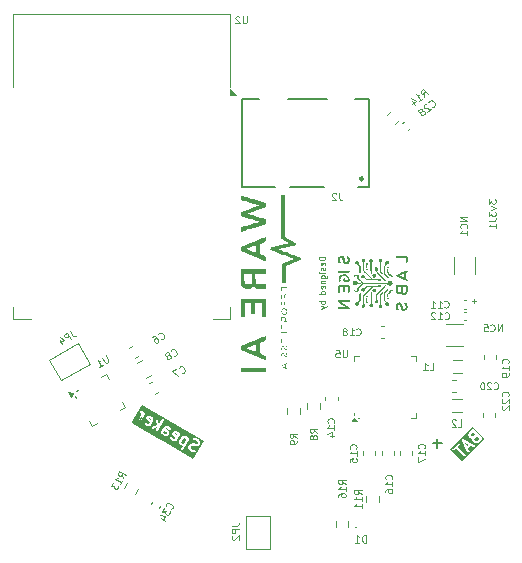
<source format=gbr>
%TF.GenerationSoftware,KiCad,Pcbnew,8.0.7*%
%TF.CreationDate,2025-01-14T11:40:34+01:00*%
%TF.ProjectId,test,74657374-2e6b-4696-9361-645f70636258,rev?*%
%TF.SameCoordinates,PX517370cPY341b1c8*%
%TF.FileFunction,Legend,Bot*%
%TF.FilePolarity,Positive*%
%FSLAX46Y46*%
G04 Gerber Fmt 4.6, Leading zero omitted, Abs format (unit mm)*
G04 Created by KiCad (PCBNEW 8.0.7) date 2025-01-14 11:40:34*
%MOMM*%
%LPD*%
G01*
G04 APERTURE LIST*
%ADD10C,0.200000*%
%ADD11C,0.125000*%
%ADD12C,0.120000*%
%ADD13C,0.000000*%
%ADD14C,0.100000*%
%ADD15C,0.127000*%
%ADD16C,0.240000*%
G04 APERTURE END LIST*
D10*
G36*
X17630428Y-13656307D02*
G01*
X17489922Y-13796813D01*
X17349417Y-13515802D01*
X17630428Y-13656307D01*
G37*
G36*
X18533289Y-13157507D02*
G01*
X18351318Y-13339478D01*
X18288092Y-13360553D01*
X18253207Y-13360553D01*
X18189981Y-13339478D01*
X18122350Y-13271847D01*
X18101276Y-13208622D01*
X18101276Y-13181114D01*
X18150804Y-13082057D01*
X18304321Y-12928539D01*
X18533289Y-13157507D01*
G37*
G36*
X18162899Y-12787117D02*
G01*
X18014600Y-12935417D01*
X17951375Y-12956492D01*
X17916489Y-12956492D01*
X17853262Y-12935416D01*
X17819305Y-12901459D01*
X17798230Y-12838234D01*
X17798230Y-12803345D01*
X17819304Y-12740122D01*
X17967604Y-12591822D01*
X18162899Y-12787117D01*
G37*
G36*
X18973267Y-13157508D02*
G01*
X17059826Y-15070949D01*
X16054162Y-14065286D01*
X16072312Y-14047136D01*
X16253281Y-14047136D01*
X16253281Y-14086154D01*
X16268213Y-14122202D01*
X16295803Y-14149792D01*
X16331851Y-14164724D01*
X16370869Y-14164724D01*
X16406917Y-14149792D01*
X16422071Y-14137356D01*
X16553389Y-14006036D01*
X17189787Y-14642432D01*
X17204940Y-14654869D01*
X17240988Y-14669800D01*
X17280006Y-14669800D01*
X17316055Y-14654869D01*
X17343645Y-14627279D01*
X17358576Y-14591230D01*
X17358576Y-14552212D01*
X17343645Y-14516164D01*
X17331208Y-14501011D01*
X16694811Y-13864614D01*
X16826132Y-13733294D01*
X16838569Y-13718141D01*
X16853500Y-13682093D01*
X16853500Y-13643075D01*
X16838569Y-13607026D01*
X16810979Y-13579436D01*
X16774930Y-13564505D01*
X16735912Y-13564505D01*
X16699864Y-13579436D01*
X16684711Y-13591873D01*
X16280649Y-13995934D01*
X16268213Y-14011088D01*
X16253281Y-14047136D01*
X16072312Y-14047136D01*
X16839760Y-13279688D01*
X17026595Y-13279688D01*
X17027483Y-13292195D01*
X17026595Y-13304702D01*
X17028854Y-13311480D01*
X17029361Y-13318608D01*
X17036367Y-13336916D01*
X17507772Y-14279726D01*
X17518215Y-14296316D01*
X17547692Y-14321880D01*
X17584708Y-14334219D01*
X17623628Y-14331453D01*
X17658527Y-14314004D01*
X17684091Y-14284527D01*
X17696430Y-14247511D01*
X17693664Y-14208591D01*
X17686658Y-14190283D01*
X17584204Y-13985375D01*
X17818989Y-13750588D01*
X18023897Y-13853042D01*
X18042206Y-13860048D01*
X18081126Y-13862814D01*
X18118142Y-13850475D01*
X18147619Y-13824910D01*
X18165068Y-13790012D01*
X18167834Y-13751092D01*
X18155495Y-13714076D01*
X18129930Y-13684599D01*
X18113340Y-13674156D01*
X17170531Y-13202752D01*
X17152223Y-13195746D01*
X17145095Y-13195239D01*
X17138317Y-13192980D01*
X17125810Y-13193868D01*
X17113303Y-13192980D01*
X17106524Y-13195239D01*
X17099397Y-13195746D01*
X17088178Y-13201355D01*
X17076287Y-13205319D01*
X17070891Y-13209998D01*
X17064498Y-13213195D01*
X17056282Y-13222667D01*
X17046810Y-13230883D01*
X17043613Y-13237276D01*
X17038934Y-13242672D01*
X17034970Y-13254563D01*
X17029361Y-13265782D01*
X17028854Y-13272909D01*
X17026595Y-13279688D01*
X16839760Y-13279688D01*
X17332330Y-12787118D01*
X17598230Y-12787118D01*
X17598230Y-12854462D01*
X17599202Y-12864335D01*
X17599015Y-12866970D01*
X17599802Y-12870433D01*
X17600151Y-12873971D01*
X17601162Y-12876412D01*
X17603362Y-12886085D01*
X17637034Y-12987100D01*
X17645025Y-13005000D01*
X17647378Y-13007713D01*
X17648754Y-13011034D01*
X17661191Y-13026187D01*
X17728534Y-13093531D01*
X17743687Y-13105968D01*
X17747006Y-13107343D01*
X17749722Y-13109698D01*
X17767623Y-13117690D01*
X17868638Y-13151361D01*
X17878310Y-13153560D01*
X17880751Y-13154571D01*
X17884288Y-13154919D01*
X17887753Y-13155707D01*
X17890386Y-13155519D01*
X17900260Y-13156492D01*
X17901376Y-13156492D01*
X17901276Y-13157508D01*
X17901276Y-13224851D01*
X17902248Y-13234724D01*
X17902061Y-13237358D01*
X17902848Y-13240822D01*
X17903197Y-13244360D01*
X17904207Y-13246800D01*
X17906407Y-13256473D01*
X17940078Y-13357488D01*
X17948070Y-13375389D01*
X17950425Y-13378104D01*
X17951800Y-13381423D01*
X17964236Y-13396577D01*
X18065252Y-13497593D01*
X18080405Y-13510029D01*
X18083724Y-13511403D01*
X18086440Y-13513759D01*
X18104341Y-13521751D01*
X18205356Y-13555422D01*
X18215028Y-13557621D01*
X18217469Y-13558632D01*
X18221006Y-13558980D01*
X18224471Y-13559768D01*
X18227104Y-13559580D01*
X18236978Y-13560553D01*
X18304321Y-13560553D01*
X18314194Y-13559580D01*
X18316828Y-13559768D01*
X18320292Y-13558980D01*
X18323830Y-13558632D01*
X18326270Y-13557621D01*
X18335943Y-13555422D01*
X18436959Y-13521751D01*
X18454859Y-13513759D01*
X18457574Y-13511404D01*
X18460894Y-13510029D01*
X18476048Y-13497593D01*
X18745421Y-13228219D01*
X18757858Y-13213066D01*
X18772789Y-13177017D01*
X18772789Y-13137999D01*
X18764377Y-13117690D01*
X18757858Y-13101950D01*
X18745421Y-13086797D01*
X18038315Y-12379690D01*
X18023161Y-12367254D01*
X17987113Y-12352322D01*
X17948095Y-12352322D01*
X17912047Y-12367254D01*
X17896893Y-12379690D01*
X17661191Y-12615392D01*
X17648755Y-12630546D01*
X17647380Y-12633864D01*
X17645025Y-12636580D01*
X17637034Y-12654480D01*
X17603362Y-12755495D01*
X17601162Y-12765167D01*
X17600151Y-12767609D01*
X17599802Y-12771146D01*
X17599015Y-12774610D01*
X17599202Y-12777244D01*
X17598230Y-12787118D01*
X17332330Y-12787118D01*
X17967604Y-12151844D01*
X18973267Y-13157508D01*
G37*
G36*
X-6412203Y-13142178D02*
G01*
X-6288132Y-13213810D01*
X-6276523Y-13231393D01*
X-6500434Y-13619218D01*
X-6521464Y-13617956D01*
X-6645535Y-13546324D01*
X-6682254Y-13490709D01*
X-6691285Y-13457005D01*
X-6687293Y-13390483D01*
X-6568042Y-13183936D01*
X-6512427Y-13147216D01*
X-6478726Y-13138186D01*
X-6412203Y-13142178D01*
G37*
G36*
X-7195750Y-12689797D02*
G01*
X-7071679Y-12761429D01*
X-7044383Y-12802771D01*
X-7047351Y-12852219D01*
X-7069796Y-12891095D01*
X-7277761Y-12708330D01*
X-7245198Y-12686829D01*
X-7195750Y-12689797D01*
G37*
G36*
X-7956843Y-12580295D02*
G01*
X-7929548Y-12621635D01*
X-7932516Y-12671084D01*
X-7956529Y-12712676D01*
X-7997870Y-12739971D01*
X-8047320Y-12737003D01*
X-8212629Y-12641562D01*
X-8224238Y-12623979D01*
X-8138473Y-12475430D01*
X-7956843Y-12580295D01*
G37*
G36*
X-9422673Y-11404083D02*
G01*
X-9298602Y-11475715D01*
X-9271306Y-11517056D01*
X-9274274Y-11566506D01*
X-9296719Y-11605381D01*
X-9504685Y-11422615D01*
X-9472121Y-11401115D01*
X-9422673Y-11404083D01*
G37*
G36*
X-4814133Y-13320684D02*
G01*
X-5690950Y-14839375D01*
X-8077976Y-13461225D01*
X-6891897Y-13461225D01*
X-6891519Y-13471139D01*
X-6891863Y-13473757D01*
X-6891285Y-13477259D01*
X-6891149Y-13480814D01*
X-6890286Y-13483312D01*
X-6888670Y-13493098D01*
X-6871239Y-13558147D01*
X-6867747Y-13567427D01*
X-6867245Y-13570025D01*
X-6865586Y-13573170D01*
X-6864335Y-13576494D01*
X-6862727Y-13578589D01*
X-6858098Y-13587364D01*
X-6799429Y-13676223D01*
X-6787077Y-13691445D01*
X-6784100Y-13693457D01*
X-6781913Y-13696308D01*
X-6765978Y-13707727D01*
X-6605146Y-13800583D01*
X-6721812Y-14002656D01*
X-6729902Y-14020512D01*
X-6734995Y-14059196D01*
X-6724896Y-14096885D01*
X-6701144Y-14127840D01*
X-6667353Y-14147349D01*
X-6628669Y-14152442D01*
X-6590980Y-14142343D01*
X-6560025Y-14118591D01*
X-6548606Y-14102656D01*
X-6439458Y-13913606D01*
X-6108350Y-13913606D01*
X-6107972Y-13923519D01*
X-6108316Y-13926136D01*
X-6107738Y-13929638D01*
X-6107602Y-13933195D01*
X-6106739Y-13935694D01*
X-6105123Y-13945478D01*
X-6087694Y-14010526D01*
X-6084202Y-14019806D01*
X-6083699Y-14022406D01*
X-6082038Y-14025555D01*
X-6080789Y-14028873D01*
X-6079184Y-14030965D01*
X-6074552Y-14039745D01*
X-6015883Y-14128604D01*
X-6003531Y-14143826D01*
X-6000556Y-14145838D01*
X-5998367Y-14148690D01*
X-5982432Y-14160108D01*
X-5776235Y-14279155D01*
X-5767202Y-14283247D01*
X-5765011Y-14284729D01*
X-5761611Y-14285780D01*
X-5758379Y-14287245D01*
X-5755765Y-14287589D01*
X-5746283Y-14290522D01*
X-5598756Y-14320711D01*
X-5579258Y-14322740D01*
X-5540948Y-14315338D01*
X-5508387Y-14293839D01*
X-5486532Y-14261517D01*
X-5478709Y-14223291D01*
X-5486111Y-14184981D01*
X-5507610Y-14152420D01*
X-5539932Y-14130564D01*
X-5558660Y-14124771D01*
X-5690290Y-14097835D01*
X-5861989Y-13998704D01*
X-5898708Y-13943090D01*
X-5907738Y-13909388D01*
X-5903746Y-13842864D01*
X-5879733Y-13801274D01*
X-5824118Y-13764554D01*
X-5790417Y-13755524D01*
X-5711289Y-13760273D01*
X-5533073Y-13811254D01*
X-5531571Y-13811528D01*
X-5530921Y-13811844D01*
X-5522342Y-13813211D01*
X-5513788Y-13814772D01*
X-5513070Y-13814689D01*
X-5511562Y-13814930D01*
X-5405273Y-13821310D01*
X-5395358Y-13820931D01*
X-5392740Y-13821276D01*
X-5389239Y-13820697D01*
X-5385684Y-13820562D01*
X-5383185Y-13819698D01*
X-5373398Y-13818082D01*
X-5308350Y-13800652D01*
X-5299072Y-13797160D01*
X-5296473Y-13796658D01*
X-5293325Y-13794997D01*
X-5290003Y-13793747D01*
X-5287909Y-13792140D01*
X-5279134Y-13787511D01*
X-5190275Y-13728842D01*
X-5175053Y-13716490D01*
X-5173041Y-13713512D01*
X-5170190Y-13711326D01*
X-5158772Y-13695391D01*
X-5111152Y-13612913D01*
X-5103061Y-13595057D01*
X-5102593Y-13591494D01*
X-5101021Y-13588264D01*
X-5097935Y-13568905D01*
X-5091555Y-13462616D01*
X-5091934Y-13452700D01*
X-5091589Y-13450083D01*
X-5092168Y-13446581D01*
X-5092303Y-13443027D01*
X-5093168Y-13440526D01*
X-5094783Y-13430742D01*
X-5112213Y-13365693D01*
X-5115705Y-13356414D01*
X-5116207Y-13353816D01*
X-5117868Y-13350667D01*
X-5119118Y-13347346D01*
X-5120725Y-13345252D01*
X-5125354Y-13336477D01*
X-5184023Y-13247618D01*
X-5196375Y-13232396D01*
X-5199353Y-13230382D01*
X-5201540Y-13227532D01*
X-5217475Y-13216114D01*
X-5423671Y-13097067D01*
X-5432711Y-13092970D01*
X-5434895Y-13091494D01*
X-5438284Y-13090445D01*
X-5441527Y-13088976D01*
X-5444150Y-13088630D01*
X-5453623Y-13085700D01*
X-5601149Y-13055510D01*
X-5620647Y-13053481D01*
X-5658957Y-13060883D01*
X-5691518Y-13082381D01*
X-5713374Y-13114704D01*
X-5721197Y-13152929D01*
X-5713795Y-13191239D01*
X-5692297Y-13223800D01*
X-5659974Y-13245656D01*
X-5641247Y-13251450D01*
X-5509618Y-13278386D01*
X-5337918Y-13377517D01*
X-5301198Y-13433133D01*
X-5292168Y-13466831D01*
X-5296161Y-13533356D01*
X-5320173Y-13574946D01*
X-5375791Y-13611668D01*
X-5409489Y-13620697D01*
X-5488622Y-13615947D01*
X-5666833Y-13564967D01*
X-5668339Y-13564692D01*
X-5668987Y-13564377D01*
X-5677554Y-13563011D01*
X-5686118Y-13561449D01*
X-5686838Y-13561531D01*
X-5688345Y-13561291D01*
X-5794633Y-13554912D01*
X-5804547Y-13555290D01*
X-5807164Y-13554946D01*
X-5810667Y-13555524D01*
X-5814222Y-13555660D01*
X-5816721Y-13556523D01*
X-5826506Y-13558139D01*
X-5891555Y-13575569D01*
X-5900838Y-13579062D01*
X-5903433Y-13579564D01*
X-5906578Y-13581222D01*
X-5909902Y-13582474D01*
X-5911998Y-13584082D01*
X-5920772Y-13588711D01*
X-6009631Y-13647380D01*
X-6024853Y-13659732D01*
X-6026866Y-13662709D01*
X-6029716Y-13664896D01*
X-6041134Y-13680830D01*
X-6088753Y-13763309D01*
X-6096844Y-13781165D01*
X-6097314Y-13784727D01*
X-6098885Y-13787960D01*
X-6101971Y-13807318D01*
X-6108350Y-13913606D01*
X-6439458Y-13913606D01*
X-6048606Y-13236630D01*
X-6040515Y-13218774D01*
X-6035423Y-13180089D01*
X-6045521Y-13142401D01*
X-6069274Y-13111445D01*
X-6103065Y-13091936D01*
X-6131402Y-13088205D01*
X-6134237Y-13083912D01*
X-6146589Y-13068690D01*
X-6149567Y-13066677D01*
X-6151753Y-13063827D01*
X-6167688Y-13052408D01*
X-6332645Y-12957170D01*
X-6350501Y-12949080D01*
X-6354064Y-12948610D01*
X-6357296Y-12947039D01*
X-6376654Y-12943953D01*
X-6482942Y-12937574D01*
X-6492856Y-12937952D01*
X-6495473Y-12937608D01*
X-6498976Y-12938186D01*
X-6502531Y-12938322D01*
X-6505031Y-12939185D01*
X-6514814Y-12940801D01*
X-6579863Y-12958230D01*
X-6589151Y-12961725D01*
X-6591742Y-12962226D01*
X-6594884Y-12963882D01*
X-6598210Y-12965135D01*
X-6600307Y-12966743D01*
X-6609081Y-12971372D01*
X-6697939Y-13030041D01*
X-6713161Y-13042393D01*
X-6715174Y-13045370D01*
X-6718024Y-13047557D01*
X-6729442Y-13063492D01*
X-6872300Y-13310928D01*
X-6880391Y-13328784D01*
X-6880861Y-13332346D01*
X-6882432Y-13335579D01*
X-6885518Y-13354937D01*
X-6891897Y-13461225D01*
X-8077976Y-13461225D01*
X-8739431Y-13079334D01*
X-7658193Y-13079334D01*
X-7650792Y-13117644D01*
X-7641645Y-13134983D01*
X-7582976Y-13223842D01*
X-7570624Y-13239064D01*
X-7567647Y-13241076D01*
X-7565460Y-13243927D01*
X-7549525Y-13255346D01*
X-7384568Y-13350584D01*
X-7366712Y-13358674D01*
X-7363151Y-13359142D01*
X-7359918Y-13360715D01*
X-7340559Y-13363801D01*
X-7234271Y-13370180D01*
X-7230423Y-13370033D01*
X-7228830Y-13370359D01*
X-7226336Y-13369876D01*
X-7214682Y-13369432D01*
X-7202829Y-13365335D01*
X-7190520Y-13362957D01*
X-7180205Y-13357515D01*
X-7177804Y-13356686D01*
X-7176590Y-13355608D01*
X-7173181Y-13353811D01*
X-7084323Y-13295142D01*
X-7069101Y-13282790D01*
X-7067089Y-13279812D01*
X-7064238Y-13277626D01*
X-7052820Y-13261691D01*
X-6957638Y-13096830D01*
X-6957632Y-13096825D01*
X-6957630Y-13096817D01*
X-6862343Y-12931778D01*
X-6854252Y-12913922D01*
X-6853783Y-12910359D01*
X-6852211Y-12907127D01*
X-6849125Y-12887768D01*
X-6842746Y-12781480D01*
X-6842893Y-12777631D01*
X-6842567Y-12776039D01*
X-6843050Y-12773543D01*
X-6843494Y-12761891D01*
X-6847590Y-12750042D01*
X-6849968Y-12737729D01*
X-6855412Y-12727410D01*
X-6856240Y-12725013D01*
X-6857317Y-12723798D01*
X-6859115Y-12720390D01*
X-6917784Y-12631531D01*
X-6930136Y-12616309D01*
X-6933114Y-12614296D01*
X-6935300Y-12611446D01*
X-6951235Y-12600027D01*
X-7116192Y-12504789D01*
X-7134048Y-12496699D01*
X-7137611Y-12496229D01*
X-7140843Y-12494658D01*
X-7160201Y-12491572D01*
X-7266489Y-12485193D01*
X-7270342Y-12485340D01*
X-7271930Y-12485015D01*
X-7274419Y-12485495D01*
X-7286078Y-12485941D01*
X-7297934Y-12490038D01*
X-7310240Y-12492416D01*
X-7320556Y-12497857D01*
X-7322956Y-12498687D01*
X-7324171Y-12499764D01*
X-7327579Y-12501562D01*
X-7416437Y-12560231D01*
X-7431659Y-12572583D01*
X-7433672Y-12575560D01*
X-7436522Y-12577747D01*
X-7447940Y-12593681D01*
X-7495504Y-12676063D01*
X-7495508Y-12676069D01*
X-7495511Y-12676075D01*
X-7495559Y-12676160D01*
X-7503650Y-12694016D01*
X-7504929Y-12703728D01*
X-7508088Y-12713004D01*
X-7507451Y-12722884D01*
X-7508743Y-12732700D01*
X-7506208Y-12742161D01*
X-7505577Y-12751941D01*
X-7501207Y-12760827D01*
X-7498644Y-12770389D01*
X-7492681Y-12778161D01*
X-7488356Y-12786953D01*
X-7474970Y-12801275D01*
X-7474894Y-12801342D01*
X-7474892Y-12801344D01*
X-7474891Y-12801344D01*
X-7171776Y-13067730D01*
X-7214221Y-13141246D01*
X-7255563Y-13168543D01*
X-7305011Y-13165575D01*
X-7429082Y-13093943D01*
X-7474743Y-13024785D01*
X-7487095Y-13009563D01*
X-7519418Y-12987708D01*
X-7557644Y-12979885D01*
X-7595954Y-12987286D01*
X-7628515Y-13008785D01*
X-7650370Y-13041108D01*
X-7658193Y-13079334D01*
X-8739431Y-13079334D01*
X-9439270Y-12675282D01*
X-8465337Y-12675282D01*
X-8455238Y-12712971D01*
X-8431486Y-12743926D01*
X-8397695Y-12763435D01*
X-8369360Y-12767165D01*
X-8366523Y-12771461D01*
X-8354171Y-12786683D01*
X-8351194Y-12788695D01*
X-8349007Y-12791546D01*
X-8333072Y-12802965D01*
X-8126876Y-12922011D01*
X-8109021Y-12930102D01*
X-8105460Y-12930570D01*
X-8102227Y-12932143D01*
X-8082868Y-12935229D01*
X-7976580Y-12941609D01*
X-7972731Y-12941462D01*
X-7971138Y-12941788D01*
X-7968643Y-12941305D01*
X-7956991Y-12940861D01*
X-7945144Y-12936766D01*
X-7932828Y-12934387D01*
X-7922508Y-12928942D01*
X-7920113Y-12928115D01*
X-7918901Y-12927039D01*
X-7915489Y-12925240D01*
X-7826630Y-12866571D01*
X-7811408Y-12854219D01*
X-7809396Y-12851243D01*
X-7806544Y-12849055D01*
X-7795126Y-12833120D01*
X-7747508Y-12750641D01*
X-7739417Y-12732785D01*
X-7738949Y-12729224D01*
X-7737376Y-12725992D01*
X-7734290Y-12706633D01*
X-7727910Y-12600345D01*
X-7728058Y-12596491D01*
X-7727732Y-12594903D01*
X-7728213Y-12592414D01*
X-7728658Y-12580756D01*
X-7732756Y-12568901D01*
X-7735133Y-12556593D01*
X-7740576Y-12546275D01*
X-7741404Y-12543878D01*
X-7742480Y-12542664D01*
X-7744279Y-12539254D01*
X-7802948Y-12450396D01*
X-7815300Y-12435174D01*
X-7818278Y-12433161D01*
X-7820464Y-12430311D01*
X-7836399Y-12418893D01*
X-8022153Y-12311647D01*
X-8033762Y-12294065D01*
X-8028848Y-12285554D01*
X-7987506Y-12258258D01*
X-7938058Y-12261226D01*
X-7813986Y-12332859D01*
X-7768324Y-12402016D01*
X-7755972Y-12417238D01*
X-7723649Y-12439093D01*
X-7685423Y-12446915D01*
X-7647113Y-12439514D01*
X-7614552Y-12418016D01*
X-7592697Y-12385693D01*
X-7584875Y-12347467D01*
X-7592276Y-12309157D01*
X-7601422Y-12291818D01*
X-7660091Y-12202960D01*
X-7672443Y-12187738D01*
X-7675421Y-12185725D01*
X-7677607Y-12182875D01*
X-7693542Y-12171456D01*
X-7858500Y-12076218D01*
X-7876356Y-12068128D01*
X-7879918Y-12067659D01*
X-7883150Y-12066087D01*
X-7902509Y-12063001D01*
X-8008796Y-12056621D01*
X-8012650Y-12056768D01*
X-8014238Y-12056443D01*
X-8016727Y-12056923D01*
X-8028385Y-12057369D01*
X-8040240Y-12061466D01*
X-8052548Y-12063844D01*
X-8062866Y-12069286D01*
X-8065263Y-12070115D01*
X-8066477Y-12071191D01*
X-8069887Y-12072990D01*
X-8158745Y-12131659D01*
X-8173967Y-12144011D01*
X-8175980Y-12146986D01*
X-8178831Y-12149175D01*
X-8190249Y-12165110D01*
X-8452154Y-12618742D01*
X-8460244Y-12636598D01*
X-8465337Y-12675282D01*
X-9439270Y-12675282D01*
X-10224824Y-12221742D01*
X-9206145Y-12221742D01*
X-9205716Y-12260758D01*
X-9190389Y-12296639D01*
X-9162497Y-12323924D01*
X-9126287Y-12338458D01*
X-9087271Y-12338029D01*
X-9068576Y-12332133D01*
X-8760580Y-12200570D01*
X-8864547Y-12380647D01*
X-8872637Y-12398503D01*
X-8877730Y-12437187D01*
X-8867631Y-12474876D01*
X-8843879Y-12505831D01*
X-8810088Y-12525340D01*
X-8771404Y-12530433D01*
X-8733715Y-12520334D01*
X-8702760Y-12496582D01*
X-8691341Y-12480647D01*
X-8191341Y-11614622D01*
X-8183250Y-11596766D01*
X-8178158Y-11558081D01*
X-8188257Y-11520393D01*
X-8212009Y-11489437D01*
X-8245800Y-11469928D01*
X-8284484Y-11464836D01*
X-8322173Y-11474934D01*
X-8353128Y-11498687D01*
X-8364546Y-11514622D01*
X-8600979Y-11924134D01*
X-8677932Y-11636939D01*
X-8684837Y-11618592D01*
X-8708590Y-11587637D01*
X-8742381Y-11568128D01*
X-8781065Y-11563035D01*
X-8818754Y-11573133D01*
X-8849709Y-11596886D01*
X-8869218Y-11630677D01*
X-8874311Y-11669361D01*
X-8871118Y-11688703D01*
X-8788987Y-11995222D01*
X-9147140Y-12148209D01*
X-9164326Y-12157640D01*
X-9191611Y-12185532D01*
X-9206145Y-12221742D01*
X-10224824Y-12221742D01*
X-10921181Y-11819700D01*
X-10906124Y-11793620D01*
X-9885116Y-11793620D01*
X-9877714Y-11831930D01*
X-9868568Y-11849269D01*
X-9809899Y-11938127D01*
X-9797547Y-11953349D01*
X-9794570Y-11955361D01*
X-9792383Y-11958212D01*
X-9776448Y-11969631D01*
X-9611491Y-12064869D01*
X-9593635Y-12072959D01*
X-9590075Y-12073427D01*
X-9586842Y-12075000D01*
X-9567483Y-12078086D01*
X-9461195Y-12084466D01*
X-9457346Y-12084319D01*
X-9455753Y-12084645D01*
X-9453258Y-12084162D01*
X-9441606Y-12083718D01*
X-9429759Y-12079623D01*
X-9417443Y-12077244D01*
X-9407123Y-12071799D01*
X-9404728Y-12070972D01*
X-9403516Y-12069896D01*
X-9400104Y-12068097D01*
X-9311245Y-12009428D01*
X-9296023Y-11997076D01*
X-9294011Y-11994098D01*
X-9291160Y-11991912D01*
X-9279741Y-11975977D01*
X-9184558Y-11811113D01*
X-9184555Y-11811111D01*
X-9184554Y-11811107D01*
X-9089265Y-11646062D01*
X-9081174Y-11628206D01*
X-9080706Y-11624643D01*
X-9079134Y-11621413D01*
X-9076048Y-11602054D01*
X-9069668Y-11495766D01*
X-9069816Y-11491916D01*
X-9069489Y-11490323D01*
X-9069972Y-11487827D01*
X-9070416Y-11476177D01*
X-9074512Y-11464326D01*
X-9076891Y-11452013D01*
X-9082334Y-11441694D01*
X-9083162Y-11439299D01*
X-9084238Y-11438085D01*
X-9086037Y-11434675D01*
X-9144707Y-11345816D01*
X-9157060Y-11330594D01*
X-9160037Y-11328581D01*
X-9162223Y-11325732D01*
X-9178158Y-11314313D01*
X-9343115Y-11219075D01*
X-9360971Y-11210985D01*
X-9364533Y-11210516D01*
X-9367765Y-11208944D01*
X-9387124Y-11205858D01*
X-9493411Y-11199478D01*
X-9497265Y-11199625D01*
X-9498853Y-11199300D01*
X-9501342Y-11199780D01*
X-9513000Y-11200226D01*
X-9524855Y-11204323D01*
X-9537163Y-11206701D01*
X-9547481Y-11212143D01*
X-9549878Y-11212972D01*
X-9551092Y-11214048D01*
X-9554502Y-11215847D01*
X-9643360Y-11274516D01*
X-9658582Y-11286868D01*
X-9660596Y-11289845D01*
X-9663446Y-11292033D01*
X-9674864Y-11307968D01*
X-9722430Y-11390353D01*
X-9722431Y-11390355D01*
X-9722432Y-11390357D01*
X-9722483Y-11390446D01*
X-9730573Y-11408302D01*
X-9731852Y-11418014D01*
X-9735011Y-11427290D01*
X-9734374Y-11437171D01*
X-9735666Y-11446987D01*
X-9733131Y-11456448D01*
X-9732500Y-11466227D01*
X-9728130Y-11475113D01*
X-9725567Y-11484675D01*
X-9719603Y-11492447D01*
X-9715279Y-11501239D01*
X-9701893Y-11515561D01*
X-9701819Y-11515626D01*
X-9701815Y-11515631D01*
X-9701811Y-11515633D01*
X-9398699Y-11782016D01*
X-9441144Y-11855533D01*
X-9482485Y-11882828D01*
X-9531934Y-11879860D01*
X-9656005Y-11808227D01*
X-9701666Y-11739071D01*
X-9714018Y-11723849D01*
X-9746341Y-11701994D01*
X-9784567Y-11694171D01*
X-9822877Y-11701573D01*
X-9855438Y-11723071D01*
X-9877293Y-11755394D01*
X-9885116Y-11793620D01*
X-10906124Y-11793620D01*
X-10796562Y-11603854D01*
X-10321106Y-11603854D01*
X-10311007Y-11641543D01*
X-10287255Y-11672498D01*
X-10253464Y-11692007D01*
X-10214780Y-11697100D01*
X-10177091Y-11687001D01*
X-10146136Y-11663249D01*
X-10134717Y-11647314D01*
X-9801384Y-11069963D01*
X-9793294Y-11052107D01*
X-9788201Y-11013423D01*
X-9798300Y-10975734D01*
X-9822052Y-10944779D01*
X-9855843Y-10925270D01*
X-9894527Y-10920177D01*
X-9929865Y-10929646D01*
X-9969493Y-10869626D01*
X-9981845Y-10854404D01*
X-9984823Y-10852391D01*
X-9987009Y-10849541D01*
X-10002943Y-10838123D01*
X-10085422Y-10790504D01*
X-10103278Y-10782413D01*
X-10141962Y-10777320D01*
X-10179651Y-10787419D01*
X-10210606Y-10811171D01*
X-10230115Y-10844962D01*
X-10235208Y-10883646D01*
X-10225109Y-10921335D01*
X-10201357Y-10952290D01*
X-10185422Y-10963708D01*
X-10123388Y-10999524D01*
X-10086668Y-11055139D01*
X-10077638Y-11088840D01*
X-10081631Y-11155362D01*
X-10307923Y-11547314D01*
X-10316013Y-11565170D01*
X-10321106Y-11603854D01*
X-10796562Y-11603854D01*
X-10044364Y-10301009D01*
X-4814133Y-13320684D01*
G37*
D11*
X5452309Y2221930D02*
X4952309Y2221930D01*
X4952309Y2221930D02*
X4952309Y2102882D01*
X4952309Y2102882D02*
X4976119Y2031454D01*
X4976119Y2031454D02*
X5023738Y1983835D01*
X5023738Y1983835D02*
X5071357Y1960025D01*
X5071357Y1960025D02*
X5166595Y1936216D01*
X5166595Y1936216D02*
X5238023Y1936216D01*
X5238023Y1936216D02*
X5333261Y1960025D01*
X5333261Y1960025D02*
X5380880Y1983835D01*
X5380880Y1983835D02*
X5428500Y2031454D01*
X5428500Y2031454D02*
X5452309Y2102882D01*
X5452309Y2102882D02*
X5452309Y2221930D01*
X5428500Y1531454D02*
X5452309Y1579073D01*
X5452309Y1579073D02*
X5452309Y1674311D01*
X5452309Y1674311D02*
X5428500Y1721930D01*
X5428500Y1721930D02*
X5380880Y1745739D01*
X5380880Y1745739D02*
X5190404Y1745739D01*
X5190404Y1745739D02*
X5142785Y1721930D01*
X5142785Y1721930D02*
X5118976Y1674311D01*
X5118976Y1674311D02*
X5118976Y1579073D01*
X5118976Y1579073D02*
X5142785Y1531454D01*
X5142785Y1531454D02*
X5190404Y1507644D01*
X5190404Y1507644D02*
X5238023Y1507644D01*
X5238023Y1507644D02*
X5285642Y1745739D01*
X5428500Y1317168D02*
X5452309Y1269549D01*
X5452309Y1269549D02*
X5452309Y1174311D01*
X5452309Y1174311D02*
X5428500Y1126692D01*
X5428500Y1126692D02*
X5380880Y1102883D01*
X5380880Y1102883D02*
X5357071Y1102883D01*
X5357071Y1102883D02*
X5309452Y1126692D01*
X5309452Y1126692D02*
X5285642Y1174311D01*
X5285642Y1174311D02*
X5285642Y1245740D01*
X5285642Y1245740D02*
X5261833Y1293359D01*
X5261833Y1293359D02*
X5214214Y1317168D01*
X5214214Y1317168D02*
X5190404Y1317168D01*
X5190404Y1317168D02*
X5142785Y1293359D01*
X5142785Y1293359D02*
X5118976Y1245740D01*
X5118976Y1245740D02*
X5118976Y1174311D01*
X5118976Y1174311D02*
X5142785Y1126692D01*
X5452309Y888597D02*
X5118976Y888597D01*
X4952309Y888597D02*
X4976119Y912406D01*
X4976119Y912406D02*
X4999928Y888597D01*
X4999928Y888597D02*
X4976119Y864787D01*
X4976119Y864787D02*
X4952309Y888597D01*
X4952309Y888597D02*
X4999928Y888597D01*
X5118976Y436216D02*
X5523738Y436216D01*
X5523738Y436216D02*
X5571357Y460026D01*
X5571357Y460026D02*
X5595166Y483835D01*
X5595166Y483835D02*
X5618976Y531454D01*
X5618976Y531454D02*
X5618976Y602883D01*
X5618976Y602883D02*
X5595166Y650502D01*
X5428500Y436216D02*
X5452309Y483835D01*
X5452309Y483835D02*
X5452309Y579073D01*
X5452309Y579073D02*
X5428500Y626692D01*
X5428500Y626692D02*
X5404690Y650502D01*
X5404690Y650502D02*
X5357071Y674311D01*
X5357071Y674311D02*
X5214214Y674311D01*
X5214214Y674311D02*
X5166595Y650502D01*
X5166595Y650502D02*
X5142785Y626692D01*
X5142785Y626692D02*
X5118976Y579073D01*
X5118976Y579073D02*
X5118976Y483835D01*
X5118976Y483835D02*
X5142785Y436216D01*
X5118976Y198121D02*
X5452309Y198121D01*
X5166595Y198121D02*
X5142785Y174311D01*
X5142785Y174311D02*
X5118976Y126692D01*
X5118976Y126692D02*
X5118976Y55264D01*
X5118976Y55264D02*
X5142785Y7645D01*
X5142785Y7645D02*
X5190404Y-16165D01*
X5190404Y-16165D02*
X5452309Y-16165D01*
X5428500Y-444736D02*
X5452309Y-397117D01*
X5452309Y-397117D02*
X5452309Y-301879D01*
X5452309Y-301879D02*
X5428500Y-254260D01*
X5428500Y-254260D02*
X5380880Y-230451D01*
X5380880Y-230451D02*
X5190404Y-230451D01*
X5190404Y-230451D02*
X5142785Y-254260D01*
X5142785Y-254260D02*
X5118976Y-301879D01*
X5118976Y-301879D02*
X5118976Y-397117D01*
X5118976Y-397117D02*
X5142785Y-444736D01*
X5142785Y-444736D02*
X5190404Y-468546D01*
X5190404Y-468546D02*
X5238023Y-468546D01*
X5238023Y-468546D02*
X5285642Y-230451D01*
X5452309Y-897117D02*
X4952309Y-897117D01*
X5428500Y-897117D02*
X5452309Y-849498D01*
X5452309Y-849498D02*
X5452309Y-754260D01*
X5452309Y-754260D02*
X5428500Y-706641D01*
X5428500Y-706641D02*
X5404690Y-682831D01*
X5404690Y-682831D02*
X5357071Y-659022D01*
X5357071Y-659022D02*
X5214214Y-659022D01*
X5214214Y-659022D02*
X5166595Y-682831D01*
X5166595Y-682831D02*
X5142785Y-706641D01*
X5142785Y-706641D02*
X5118976Y-754260D01*
X5118976Y-754260D02*
X5118976Y-849498D01*
X5118976Y-849498D02*
X5142785Y-897117D01*
X5452309Y-1516164D02*
X4952309Y-1516164D01*
X5142785Y-1516164D02*
X5118976Y-1563783D01*
X5118976Y-1563783D02*
X5118976Y-1659021D01*
X5118976Y-1659021D02*
X5142785Y-1706640D01*
X5142785Y-1706640D02*
X5166595Y-1730450D01*
X5166595Y-1730450D02*
X5214214Y-1754259D01*
X5214214Y-1754259D02*
X5357071Y-1754259D01*
X5357071Y-1754259D02*
X5404690Y-1730450D01*
X5404690Y-1730450D02*
X5428500Y-1706640D01*
X5428500Y-1706640D02*
X5452309Y-1659021D01*
X5452309Y-1659021D02*
X5452309Y-1563783D01*
X5452309Y-1563783D02*
X5428500Y-1516164D01*
X5118976Y-1920926D02*
X5452309Y-2039974D01*
X5118976Y-2159021D02*
X5452309Y-2039974D01*
X5452309Y-2039974D02*
X5571357Y-1992355D01*
X5571357Y-1992355D02*
X5595166Y-1968545D01*
X5595166Y-1968545D02*
X5618976Y-1920926D01*
X18278716Y-1491833D02*
X17897764Y-1491833D01*
X18088240Y-1682309D02*
X18088240Y-1301357D01*
D10*
X15340326Y-13536266D02*
X14578422Y-13536266D01*
X14959374Y-13917219D02*
X14959374Y-13155314D01*
D12*
X20437142Y-4071331D02*
X20437142Y-3471331D01*
X20437142Y-3471331D02*
X20094285Y-4071331D01*
X20094285Y-4071331D02*
X20094285Y-3471331D01*
X19465714Y-4014188D02*
X19494286Y-4042760D01*
X19494286Y-4042760D02*
X19580000Y-4071331D01*
X19580000Y-4071331D02*
X19637143Y-4071331D01*
X19637143Y-4071331D02*
X19722857Y-4042760D01*
X19722857Y-4042760D02*
X19780000Y-3985617D01*
X19780000Y-3985617D02*
X19808571Y-3928474D01*
X19808571Y-3928474D02*
X19837143Y-3814188D01*
X19837143Y-3814188D02*
X19837143Y-3728474D01*
X19837143Y-3728474D02*
X19808571Y-3614188D01*
X19808571Y-3614188D02*
X19780000Y-3557045D01*
X19780000Y-3557045D02*
X19722857Y-3499902D01*
X19722857Y-3499902D02*
X19637143Y-3471331D01*
X19637143Y-3471331D02*
X19580000Y-3471331D01*
X19580000Y-3471331D02*
X19494286Y-3499902D01*
X19494286Y-3499902D02*
X19465714Y-3528474D01*
X18922857Y-3471331D02*
X19208571Y-3471331D01*
X19208571Y-3471331D02*
X19237143Y-3757045D01*
X19237143Y-3757045D02*
X19208571Y-3728474D01*
X19208571Y-3728474D02*
X19151429Y-3699902D01*
X19151429Y-3699902D02*
X19008571Y-3699902D01*
X19008571Y-3699902D02*
X18951429Y-3728474D01*
X18951429Y-3728474D02*
X18922857Y-3757045D01*
X18922857Y-3757045D02*
X18894286Y-3814188D01*
X18894286Y-3814188D02*
X18894286Y-3957045D01*
X18894286Y-3957045D02*
X18922857Y-4014188D01*
X18922857Y-4014188D02*
X18951429Y-4042760D01*
X18951429Y-4042760D02*
X19008571Y-4071331D01*
X19008571Y-4071331D02*
X19151429Y-4071331D01*
X19151429Y-4071331D02*
X19208571Y-4042760D01*
X19208571Y-4042760D02*
X19237143Y-4014188D01*
X8942856Y-21951331D02*
X8942856Y-21351331D01*
X8942856Y-21351331D02*
X8799999Y-21351331D01*
X8799999Y-21351331D02*
X8714285Y-21379902D01*
X8714285Y-21379902D02*
X8657142Y-21437045D01*
X8657142Y-21437045D02*
X8628571Y-21494188D01*
X8628571Y-21494188D02*
X8599999Y-21608474D01*
X8599999Y-21608474D02*
X8599999Y-21694188D01*
X8599999Y-21694188D02*
X8628571Y-21808474D01*
X8628571Y-21808474D02*
X8657142Y-21865617D01*
X8657142Y-21865617D02*
X8714285Y-21922760D01*
X8714285Y-21922760D02*
X8799999Y-21951331D01*
X8799999Y-21951331D02*
X8942856Y-21951331D01*
X8028571Y-21951331D02*
X8371428Y-21951331D01*
X8199999Y-21951331D02*
X8199999Y-21351331D01*
X8199999Y-21351331D02*
X8257142Y-21437045D01*
X8257142Y-21437045D02*
X8314285Y-21494188D01*
X8314285Y-21494188D02*
X8371428Y-21522760D01*
X6660000Y7638669D02*
X6660000Y7210098D01*
X6660000Y7210098D02*
X6688571Y7124383D01*
X6688571Y7124383D02*
X6745714Y7067240D01*
X6745714Y7067240D02*
X6831428Y7038669D01*
X6831428Y7038669D02*
X6888571Y7038669D01*
X6402857Y7581526D02*
X6374285Y7610098D01*
X6374285Y7610098D02*
X6317143Y7638669D01*
X6317143Y7638669D02*
X6174285Y7638669D01*
X6174285Y7638669D02*
X6117143Y7610098D01*
X6117143Y7610098D02*
X6088571Y7581526D01*
X6088571Y7581526D02*
X6060000Y7524383D01*
X6060000Y7524383D02*
X6060000Y7467240D01*
X6060000Y7467240D02*
X6088571Y7381526D01*
X6088571Y7381526D02*
X6431428Y7038669D01*
X6431428Y7038669D02*
X6060000Y7038669D01*
X15585714Y-2994188D02*
X15614286Y-3022760D01*
X15614286Y-3022760D02*
X15700000Y-3051331D01*
X15700000Y-3051331D02*
X15757143Y-3051331D01*
X15757143Y-3051331D02*
X15842857Y-3022760D01*
X15842857Y-3022760D02*
X15900000Y-2965617D01*
X15900000Y-2965617D02*
X15928571Y-2908474D01*
X15928571Y-2908474D02*
X15957143Y-2794188D01*
X15957143Y-2794188D02*
X15957143Y-2708474D01*
X15957143Y-2708474D02*
X15928571Y-2594188D01*
X15928571Y-2594188D02*
X15900000Y-2537045D01*
X15900000Y-2537045D02*
X15842857Y-2479902D01*
X15842857Y-2479902D02*
X15757143Y-2451331D01*
X15757143Y-2451331D02*
X15700000Y-2451331D01*
X15700000Y-2451331D02*
X15614286Y-2479902D01*
X15614286Y-2479902D02*
X15585714Y-2508474D01*
X15014286Y-3051331D02*
X15357143Y-3051331D01*
X15185714Y-3051331D02*
X15185714Y-2451331D01*
X15185714Y-2451331D02*
X15242857Y-2537045D01*
X15242857Y-2537045D02*
X15300000Y-2594188D01*
X15300000Y-2594188D02*
X15357143Y-2622760D01*
X14785714Y-2508474D02*
X14757142Y-2479902D01*
X14757142Y-2479902D02*
X14700000Y-2451331D01*
X14700000Y-2451331D02*
X14557142Y-2451331D01*
X14557142Y-2451331D02*
X14500000Y-2479902D01*
X14500000Y-2479902D02*
X14471428Y-2508474D01*
X14471428Y-2508474D02*
X14442857Y-2565617D01*
X14442857Y-2565617D02*
X14442857Y-2622760D01*
X14442857Y-2622760D02*
X14471428Y-2708474D01*
X14471428Y-2708474D02*
X14814285Y-3051331D01*
X14814285Y-3051331D02*
X14442857Y-3051331D01*
X20964188Y-6784285D02*
X20992760Y-6755713D01*
X20992760Y-6755713D02*
X21021331Y-6669999D01*
X21021331Y-6669999D02*
X21021331Y-6612856D01*
X21021331Y-6612856D02*
X20992760Y-6527142D01*
X20992760Y-6527142D02*
X20935617Y-6469999D01*
X20935617Y-6469999D02*
X20878474Y-6441428D01*
X20878474Y-6441428D02*
X20764188Y-6412856D01*
X20764188Y-6412856D02*
X20678474Y-6412856D01*
X20678474Y-6412856D02*
X20564188Y-6441428D01*
X20564188Y-6441428D02*
X20507045Y-6469999D01*
X20507045Y-6469999D02*
X20449902Y-6527142D01*
X20449902Y-6527142D02*
X20421331Y-6612856D01*
X20421331Y-6612856D02*
X20421331Y-6669999D01*
X20421331Y-6669999D02*
X20449902Y-6755713D01*
X20449902Y-6755713D02*
X20478474Y-6784285D01*
X21021331Y-7355713D02*
X21021331Y-7012856D01*
X21021331Y-7184285D02*
X20421331Y-7184285D01*
X20421331Y-7184285D02*
X20507045Y-7127142D01*
X20507045Y-7127142D02*
X20564188Y-7069999D01*
X20564188Y-7069999D02*
X20592760Y-7012856D01*
X21021331Y-7641428D02*
X21021331Y-7755714D01*
X21021331Y-7755714D02*
X20992760Y-7812857D01*
X20992760Y-7812857D02*
X20964188Y-7841428D01*
X20964188Y-7841428D02*
X20878474Y-7898571D01*
X20878474Y-7898571D02*
X20764188Y-7927142D01*
X20764188Y-7927142D02*
X20535617Y-7927142D01*
X20535617Y-7927142D02*
X20478474Y-7898571D01*
X20478474Y-7898571D02*
X20449902Y-7870000D01*
X20449902Y-7870000D02*
X20421331Y-7812857D01*
X20421331Y-7812857D02*
X20421331Y-7698571D01*
X20421331Y-7698571D02*
X20449902Y-7641428D01*
X20449902Y-7641428D02*
X20478474Y-7612857D01*
X20478474Y-7612857D02*
X20535617Y-7584285D01*
X20535617Y-7584285D02*
X20678474Y-7584285D01*
X20678474Y-7584285D02*
X20735617Y-7612857D01*
X20735617Y-7612857D02*
X20764188Y-7641428D01*
X20764188Y-7641428D02*
X20792760Y-7698571D01*
X20792760Y-7698571D02*
X20792760Y-7812857D01*
X20792760Y-7812857D02*
X20764188Y-7870000D01*
X20764188Y-7870000D02*
X20735617Y-7898571D01*
X20735617Y-7898571D02*
X20678474Y-7927142D01*
X19311331Y7098572D02*
X19311331Y6727144D01*
X19311331Y6727144D02*
X19539902Y6927144D01*
X19539902Y6927144D02*
X19539902Y6841429D01*
X19539902Y6841429D02*
X19568474Y6784286D01*
X19568474Y6784286D02*
X19597045Y6755715D01*
X19597045Y6755715D02*
X19654188Y6727144D01*
X19654188Y6727144D02*
X19797045Y6727144D01*
X19797045Y6727144D02*
X19854188Y6755715D01*
X19854188Y6755715D02*
X19882760Y6784286D01*
X19882760Y6784286D02*
X19911331Y6841429D01*
X19911331Y6841429D02*
X19911331Y7012858D01*
X19911331Y7012858D02*
X19882760Y7070001D01*
X19882760Y7070001D02*
X19854188Y7098572D01*
X19511331Y6527143D02*
X19911331Y6384286D01*
X19911331Y6384286D02*
X19511331Y6241429D01*
X19311331Y6070000D02*
X19311331Y5698572D01*
X19311331Y5698572D02*
X19539902Y5898572D01*
X19539902Y5898572D02*
X19539902Y5812857D01*
X19539902Y5812857D02*
X19568474Y5755714D01*
X19568474Y5755714D02*
X19597045Y5727143D01*
X19597045Y5727143D02*
X19654188Y5698572D01*
X19654188Y5698572D02*
X19797045Y5698572D01*
X19797045Y5698572D02*
X19854188Y5727143D01*
X19854188Y5727143D02*
X19882760Y5755714D01*
X19882760Y5755714D02*
X19911331Y5812857D01*
X19911331Y5812857D02*
X19911331Y5984286D01*
X19911331Y5984286D02*
X19882760Y6041429D01*
X19882760Y6041429D02*
X19854188Y6070000D01*
X19311331Y5270000D02*
X19739902Y5270000D01*
X19739902Y5270000D02*
X19825617Y5298571D01*
X19825617Y5298571D02*
X19882760Y5355714D01*
X19882760Y5355714D02*
X19911331Y5441428D01*
X19911331Y5441428D02*
X19911331Y5498571D01*
X19911331Y4670000D02*
X19911331Y5012857D01*
X19911331Y4841428D02*
X19311331Y4841428D01*
X19311331Y4841428D02*
X19397045Y4898571D01*
X19397045Y4898571D02*
X19454188Y4955714D01*
X19454188Y4955714D02*
X19482760Y5012857D01*
X-2438669Y-20519999D02*
X-2010098Y-20519999D01*
X-2010098Y-20519999D02*
X-1924383Y-20491428D01*
X-1924383Y-20491428D02*
X-1867240Y-20434285D01*
X-1867240Y-20434285D02*
X-1838669Y-20348571D01*
X-1838669Y-20348571D02*
X-1838669Y-20291428D01*
X-1838669Y-20805714D02*
X-2438669Y-20805714D01*
X-2438669Y-20805714D02*
X-2438669Y-21034285D01*
X-2438669Y-21034285D02*
X-2410098Y-21091428D01*
X-2410098Y-21091428D02*
X-2381526Y-21119999D01*
X-2381526Y-21119999D02*
X-2324383Y-21148571D01*
X-2324383Y-21148571D02*
X-2238669Y-21148571D01*
X-2238669Y-21148571D02*
X-2181526Y-21119999D01*
X-2181526Y-21119999D02*
X-2152955Y-21091428D01*
X-2152955Y-21091428D02*
X-2124383Y-21034285D01*
X-2124383Y-21034285D02*
X-2124383Y-20805714D01*
X-2381526Y-21377142D02*
X-2410098Y-21405714D01*
X-2410098Y-21405714D02*
X-2438669Y-21462857D01*
X-2438669Y-21462857D02*
X-2438669Y-21605714D01*
X-2438669Y-21605714D02*
X-2410098Y-21662857D01*
X-2410098Y-21662857D02*
X-2381526Y-21691428D01*
X-2381526Y-21691428D02*
X-2324383Y-21719999D01*
X-2324383Y-21719999D02*
X-2267240Y-21719999D01*
X-2267240Y-21719999D02*
X-2181526Y-21691428D01*
X-2181526Y-21691428D02*
X-1838669Y-21348571D01*
X-1838669Y-21348571D02*
X-1838669Y-21719999D01*
X7201331Y-16994285D02*
X6915617Y-16794285D01*
X7201331Y-16651428D02*
X6601331Y-16651428D01*
X6601331Y-16651428D02*
X6601331Y-16879999D01*
X6601331Y-16879999D02*
X6629902Y-16937142D01*
X6629902Y-16937142D02*
X6658474Y-16965713D01*
X6658474Y-16965713D02*
X6715617Y-16994285D01*
X6715617Y-16994285D02*
X6801331Y-16994285D01*
X6801331Y-16994285D02*
X6858474Y-16965713D01*
X6858474Y-16965713D02*
X6887045Y-16937142D01*
X6887045Y-16937142D02*
X6915617Y-16879999D01*
X6915617Y-16879999D02*
X6915617Y-16651428D01*
X7201331Y-17565713D02*
X7201331Y-17222856D01*
X7201331Y-17394285D02*
X6601331Y-17394285D01*
X6601331Y-17394285D02*
X6687045Y-17337142D01*
X6687045Y-17337142D02*
X6744188Y-17279999D01*
X6744188Y-17279999D02*
X6772760Y-17222856D01*
X6601331Y-18080000D02*
X6601331Y-17965714D01*
X6601331Y-17965714D02*
X6629902Y-17908571D01*
X6629902Y-17908571D02*
X6658474Y-17880000D01*
X6658474Y-17880000D02*
X6744188Y-17822857D01*
X6744188Y-17822857D02*
X6858474Y-17794285D01*
X6858474Y-17794285D02*
X7087045Y-17794285D01*
X7087045Y-17794285D02*
X7144188Y-17822857D01*
X7144188Y-17822857D02*
X7172760Y-17851428D01*
X7172760Y-17851428D02*
X7201331Y-17908571D01*
X7201331Y-17908571D02*
X7201331Y-18022857D01*
X7201331Y-18022857D02*
X7172760Y-18080000D01*
X7172760Y-18080000D02*
X7144188Y-18108571D01*
X7144188Y-18108571D02*
X7087045Y-18137142D01*
X7087045Y-18137142D02*
X6944188Y-18137142D01*
X6944188Y-18137142D02*
X6887045Y-18108571D01*
X6887045Y-18108571D02*
X6858474Y-18080000D01*
X6858474Y-18080000D02*
X6829902Y-18022857D01*
X6829902Y-18022857D02*
X6829902Y-17908571D01*
X6829902Y-17908571D02*
X6858474Y-17851428D01*
X6858474Y-17851428D02*
X6887045Y-17822857D01*
X6887045Y-17822857D02*
X6944188Y-17794285D01*
X-16121322Y-4055364D02*
X-15907036Y-4426518D01*
X-15907036Y-4426518D02*
X-15839435Y-4486463D01*
X-15839435Y-4486463D02*
X-15761377Y-4507379D01*
X-15761377Y-4507379D02*
X-15672860Y-4489265D01*
X-15672860Y-4489265D02*
X-15623373Y-4460694D01*
X-16068758Y-4717836D02*
X-16368758Y-4198221D01*
X-16368758Y-4198221D02*
X-16566706Y-4312507D01*
X-16566706Y-4312507D02*
X-16601908Y-4365822D01*
X-16601908Y-4365822D02*
X-16612366Y-4404851D01*
X-16612366Y-4404851D02*
X-16608538Y-4468624D01*
X-16608538Y-4468624D02*
X-16565681Y-4542855D01*
X-16565681Y-4542855D02*
X-16512366Y-4578056D01*
X-16512366Y-4578056D02*
X-16473336Y-4588514D01*
X-16473336Y-4588514D02*
X-16409564Y-4584686D01*
X-16409564Y-4584686D02*
X-16211615Y-4470401D01*
X-17011065Y-4799998D02*
X-16811065Y-5146408D01*
X-17001633Y-4530621D02*
X-16663629Y-4830346D01*
X-16663629Y-4830346D02*
X-16985296Y-5016060D01*
X11114188Y-16604285D02*
X11142760Y-16575713D01*
X11142760Y-16575713D02*
X11171331Y-16489999D01*
X11171331Y-16489999D02*
X11171331Y-16432856D01*
X11171331Y-16432856D02*
X11142760Y-16347142D01*
X11142760Y-16347142D02*
X11085617Y-16289999D01*
X11085617Y-16289999D02*
X11028474Y-16261428D01*
X11028474Y-16261428D02*
X10914188Y-16232856D01*
X10914188Y-16232856D02*
X10828474Y-16232856D01*
X10828474Y-16232856D02*
X10714188Y-16261428D01*
X10714188Y-16261428D02*
X10657045Y-16289999D01*
X10657045Y-16289999D02*
X10599902Y-16347142D01*
X10599902Y-16347142D02*
X10571331Y-16432856D01*
X10571331Y-16432856D02*
X10571331Y-16489999D01*
X10571331Y-16489999D02*
X10599902Y-16575713D01*
X10599902Y-16575713D02*
X10628474Y-16604285D01*
X11171331Y-17175713D02*
X11171331Y-16832856D01*
X11171331Y-17004285D02*
X10571331Y-17004285D01*
X10571331Y-17004285D02*
X10657045Y-16947142D01*
X10657045Y-16947142D02*
X10714188Y-16889999D01*
X10714188Y-16889999D02*
X10742760Y-16832856D01*
X10571331Y-17690000D02*
X10571331Y-17575714D01*
X10571331Y-17575714D02*
X10599902Y-17518571D01*
X10599902Y-17518571D02*
X10628474Y-17490000D01*
X10628474Y-17490000D02*
X10714188Y-17432857D01*
X10714188Y-17432857D02*
X10828474Y-17404285D01*
X10828474Y-17404285D02*
X11057045Y-17404285D01*
X11057045Y-17404285D02*
X11114188Y-17432857D01*
X11114188Y-17432857D02*
X11142760Y-17461428D01*
X11142760Y-17461428D02*
X11171331Y-17518571D01*
X11171331Y-17518571D02*
X11171331Y-17632857D01*
X11171331Y-17632857D02*
X11142760Y-17690000D01*
X11142760Y-17690000D02*
X11114188Y-17718571D01*
X11114188Y-17718571D02*
X11057045Y-17747142D01*
X11057045Y-17747142D02*
X10914188Y-17747142D01*
X10914188Y-17747142D02*
X10857045Y-17718571D01*
X10857045Y-17718571D02*
X10828474Y-17690000D01*
X10828474Y-17690000D02*
X10799902Y-17632857D01*
X10799902Y-17632857D02*
X10799902Y-17518571D01*
X10799902Y-17518571D02*
X10828474Y-17461428D01*
X10828474Y-17461428D02*
X10857045Y-17432857D01*
X10857045Y-17432857D02*
X10914188Y-17404285D01*
X8551331Y-17884285D02*
X8265617Y-17684285D01*
X8551331Y-17541428D02*
X7951331Y-17541428D01*
X7951331Y-17541428D02*
X7951331Y-17769999D01*
X7951331Y-17769999D02*
X7979902Y-17827142D01*
X7979902Y-17827142D02*
X8008474Y-17855713D01*
X8008474Y-17855713D02*
X8065617Y-17884285D01*
X8065617Y-17884285D02*
X8151331Y-17884285D01*
X8151331Y-17884285D02*
X8208474Y-17855713D01*
X8208474Y-17855713D02*
X8237045Y-17827142D01*
X8237045Y-17827142D02*
X8265617Y-17769999D01*
X8265617Y-17769999D02*
X8265617Y-17541428D01*
X8551331Y-18455713D02*
X8551331Y-18112856D01*
X8551331Y-18284285D02*
X7951331Y-18284285D01*
X7951331Y-18284285D02*
X8037045Y-18227142D01*
X8037045Y-18227142D02*
X8094188Y-18169999D01*
X8094188Y-18169999D02*
X8122760Y-18112856D01*
X8551331Y-19027142D02*
X8551331Y-18684285D01*
X8551331Y-18855714D02*
X7951331Y-18855714D01*
X7951331Y-18855714D02*
X8037045Y-18798571D01*
X8037045Y-18798571D02*
X8094188Y-18741428D01*
X8094188Y-18741428D02*
X8122760Y-18684285D01*
X-8436304Y-4745492D02*
X-8397275Y-4755950D01*
X-8397275Y-4755950D02*
X-8308758Y-4737837D01*
X-8308758Y-4737837D02*
X-8259271Y-4709265D01*
X-8259271Y-4709265D02*
X-8199326Y-4641665D01*
X-8199326Y-4641665D02*
X-8178410Y-4563606D01*
X-8178410Y-4563606D02*
X-8182238Y-4499833D01*
X-8182238Y-4499833D02*
X-8214637Y-4386573D01*
X-8214637Y-4386573D02*
X-8257494Y-4312342D01*
X-8257494Y-4312342D02*
X-8339381Y-4227654D01*
X-8339381Y-4227654D02*
X-8392696Y-4192452D01*
X-8392696Y-4192452D02*
X-8470755Y-4171536D01*
X-8470755Y-4171536D02*
X-8559271Y-4189650D01*
X-8559271Y-4189650D02*
X-8608758Y-4218221D01*
X-8608758Y-4218221D02*
X-8668703Y-4285822D01*
X-8668703Y-4285822D02*
X-8679161Y-4324851D01*
X-9153117Y-4532507D02*
X-9054143Y-4475364D01*
X-9054143Y-4475364D02*
X-8990370Y-4471536D01*
X-8990370Y-4471536D02*
X-8951340Y-4481994D01*
X-8951340Y-4481994D02*
X-8858996Y-4527654D01*
X-8858996Y-4527654D02*
X-8777110Y-4612342D01*
X-8777110Y-4612342D02*
X-8662824Y-4810291D01*
X-8662824Y-4810291D02*
X-8658996Y-4874064D01*
X-8658996Y-4874064D02*
X-8669454Y-4913093D01*
X-8669454Y-4913093D02*
X-8704655Y-4966408D01*
X-8704655Y-4966408D02*
X-8803630Y-5023551D01*
X-8803630Y-5023551D02*
X-8867403Y-5027379D01*
X-8867403Y-5027379D02*
X-8906432Y-5016921D01*
X-8906432Y-5016921D02*
X-8959747Y-4981720D01*
X-8959747Y-4981720D02*
X-9031176Y-4858002D01*
X-9031176Y-4858002D02*
X-9035003Y-4794229D01*
X-9035003Y-4794229D02*
X-9024546Y-4755199D01*
X-9024546Y-4755199D02*
X-8989344Y-4701884D01*
X-8989344Y-4701884D02*
X-8890370Y-4644742D01*
X-8890370Y-4644742D02*
X-8826597Y-4640914D01*
X-8826597Y-4640914D02*
X-8787568Y-4651372D01*
X-8787568Y-4651372D02*
X-8734253Y-4686573D01*
X-6686304Y-7595492D02*
X-6647275Y-7605950D01*
X-6647275Y-7605950D02*
X-6558758Y-7587837D01*
X-6558758Y-7587837D02*
X-6509271Y-7559265D01*
X-6509271Y-7559265D02*
X-6449326Y-7491665D01*
X-6449326Y-7491665D02*
X-6428410Y-7413606D01*
X-6428410Y-7413606D02*
X-6432238Y-7349833D01*
X-6432238Y-7349833D02*
X-6464637Y-7236573D01*
X-6464637Y-7236573D02*
X-6507494Y-7162342D01*
X-6507494Y-7162342D02*
X-6589381Y-7077654D01*
X-6589381Y-7077654D02*
X-6642696Y-7042452D01*
X-6642696Y-7042452D02*
X-6720755Y-7021536D01*
X-6720755Y-7021536D02*
X-6809271Y-7039650D01*
X-6809271Y-7039650D02*
X-6858758Y-7068221D01*
X-6858758Y-7068221D02*
X-6918703Y-7135822D01*
X-6918703Y-7135822D02*
X-6929161Y-7174851D01*
X-7130938Y-7225364D02*
X-7477348Y-7425364D01*
X-7477348Y-7425364D02*
X-6954655Y-7816408D01*
X6204188Y-11814285D02*
X6232760Y-11785713D01*
X6232760Y-11785713D02*
X6261331Y-11699999D01*
X6261331Y-11699999D02*
X6261331Y-11642856D01*
X6261331Y-11642856D02*
X6232760Y-11557142D01*
X6232760Y-11557142D02*
X6175617Y-11499999D01*
X6175617Y-11499999D02*
X6118474Y-11471428D01*
X6118474Y-11471428D02*
X6004188Y-11442856D01*
X6004188Y-11442856D02*
X5918474Y-11442856D01*
X5918474Y-11442856D02*
X5804188Y-11471428D01*
X5804188Y-11471428D02*
X5747045Y-11499999D01*
X5747045Y-11499999D02*
X5689902Y-11557142D01*
X5689902Y-11557142D02*
X5661331Y-11642856D01*
X5661331Y-11642856D02*
X5661331Y-11699999D01*
X5661331Y-11699999D02*
X5689902Y-11785713D01*
X5689902Y-11785713D02*
X5718474Y-11814285D01*
X6261331Y-12385713D02*
X6261331Y-12042856D01*
X6261331Y-12214285D02*
X5661331Y-12214285D01*
X5661331Y-12214285D02*
X5747045Y-12157142D01*
X5747045Y-12157142D02*
X5804188Y-12099999D01*
X5804188Y-12099999D02*
X5832760Y-12042856D01*
X5861331Y-12900000D02*
X6261331Y-12900000D01*
X5632760Y-12757142D02*
X6061331Y-12614285D01*
X6061331Y-12614285D02*
X6061331Y-12985714D01*
X-7366304Y-6145492D02*
X-7327275Y-6155950D01*
X-7327275Y-6155950D02*
X-7238758Y-6137837D01*
X-7238758Y-6137837D02*
X-7189271Y-6109265D01*
X-7189271Y-6109265D02*
X-7129326Y-6041665D01*
X-7129326Y-6041665D02*
X-7108410Y-5963606D01*
X-7108410Y-5963606D02*
X-7112238Y-5899833D01*
X-7112238Y-5899833D02*
X-7144637Y-5786573D01*
X-7144637Y-5786573D02*
X-7187494Y-5712342D01*
X-7187494Y-5712342D02*
X-7269381Y-5627654D01*
X-7269381Y-5627654D02*
X-7322696Y-5592452D01*
X-7322696Y-5592452D02*
X-7400755Y-5571536D01*
X-7400755Y-5571536D02*
X-7489271Y-5589650D01*
X-7489271Y-5589650D02*
X-7538758Y-5618221D01*
X-7538758Y-5618221D02*
X-7598703Y-5685822D01*
X-7598703Y-5685822D02*
X-7609161Y-5724851D01*
X-7806084Y-6069485D02*
X-7770883Y-6016170D01*
X-7770883Y-6016170D02*
X-7760425Y-5977141D01*
X-7760425Y-5977141D02*
X-7764253Y-5913368D01*
X-7764253Y-5913368D02*
X-7778538Y-5888624D01*
X-7778538Y-5888624D02*
X-7831853Y-5853423D01*
X-7831853Y-5853423D02*
X-7870883Y-5842965D01*
X-7870883Y-5842965D02*
X-7934655Y-5846793D01*
X-7934655Y-5846793D02*
X-8033630Y-5903936D01*
X-8033630Y-5903936D02*
X-8068831Y-5957251D01*
X-8068831Y-5957251D02*
X-8079289Y-5996280D01*
X-8079289Y-5996280D02*
X-8075461Y-6060053D01*
X-8075461Y-6060053D02*
X-8061176Y-6084797D01*
X-8061176Y-6084797D02*
X-8007861Y-6119998D01*
X-8007861Y-6119998D02*
X-7968831Y-6130456D01*
X-7968831Y-6130456D02*
X-7905058Y-6126628D01*
X-7905058Y-6126628D02*
X-7806084Y-6069485D01*
X-7806084Y-6069485D02*
X-7742311Y-6065657D01*
X-7742311Y-6065657D02*
X-7703282Y-6076115D01*
X-7703282Y-6076115D02*
X-7649967Y-6111317D01*
X-7649967Y-6111317D02*
X-7592824Y-6210291D01*
X-7592824Y-6210291D02*
X-7588996Y-6274064D01*
X-7588996Y-6274064D02*
X-7599454Y-6313093D01*
X-7599454Y-6313093D02*
X-7634655Y-6366408D01*
X-7634655Y-6366408D02*
X-7733630Y-6423551D01*
X-7733630Y-6423551D02*
X-7797403Y-6427379D01*
X-7797403Y-6427379D02*
X-7836432Y-6416921D01*
X-7836432Y-6416921D02*
X-7889747Y-6381720D01*
X-7889747Y-6381720D02*
X-7946890Y-6282745D01*
X-7946890Y-6282745D02*
X-7950718Y-6218972D01*
X-7950718Y-6218972D02*
X-7940260Y-6179943D01*
X-7940260Y-6179943D02*
X-7905058Y-6126628D01*
X13879883Y15780081D02*
X13849438Y16127509D01*
X14142526Y16000466D02*
X13756854Y16460092D01*
X13756854Y16460092D02*
X13581758Y16313169D01*
X13581758Y16313169D02*
X13556349Y16254552D01*
X13556349Y16254552D02*
X13552828Y16214299D01*
X13552828Y16214299D02*
X13567671Y16152160D01*
X13567671Y16152160D02*
X13622768Y16086499D01*
X13622768Y16086499D02*
X13681385Y16061090D01*
X13681385Y16061090D02*
X13721638Y16057569D01*
X13721638Y16057569D02*
X13783777Y16072412D01*
X13783777Y16072412D02*
X13958873Y16219335D01*
X13442143Y15412774D02*
X13704787Y15633158D01*
X13573465Y15522966D02*
X13187792Y15982593D01*
X13187792Y15982593D02*
X13286662Y15953663D01*
X13286662Y15953663D02*
X13367167Y15946619D01*
X13367167Y15946619D02*
X13429306Y15961463D01*
X12791062Y15388615D02*
X13048177Y15082197D01*
X12753574Y15655538D02*
X13138489Y15419060D01*
X13138489Y15419060D02*
X12853958Y15180310D01*
X-1182858Y22608669D02*
X-1182858Y22122955D01*
X-1182858Y22122955D02*
X-1211429Y22065812D01*
X-1211429Y22065812D02*
X-1240000Y22037240D01*
X-1240000Y22037240D02*
X-1297143Y22008669D01*
X-1297143Y22008669D02*
X-1411429Y22008669D01*
X-1411429Y22008669D02*
X-1468572Y22037240D01*
X-1468572Y22037240D02*
X-1497143Y22065812D01*
X-1497143Y22065812D02*
X-1525715Y22122955D01*
X-1525715Y22122955D02*
X-1525715Y22608669D01*
X-1782857Y22551526D02*
X-1811429Y22580098D01*
X-1811429Y22580098D02*
X-1868571Y22608669D01*
X-1868571Y22608669D02*
X-2011429Y22608669D01*
X-2011429Y22608669D02*
X-2068571Y22580098D01*
X-2068571Y22580098D02*
X-2097143Y22551526D01*
X-2097143Y22551526D02*
X-2125714Y22494383D01*
X-2125714Y22494383D02*
X-2125714Y22437240D01*
X-2125714Y22437240D02*
X-2097143Y22351526D01*
X-2097143Y22351526D02*
X-1754286Y22008669D01*
X-1754286Y22008669D02*
X-2125714Y22008669D01*
X-13118436Y-6116793D02*
X-12875579Y-6537434D01*
X-12875579Y-6537434D02*
X-12871751Y-6601207D01*
X-12871751Y-6601207D02*
X-12882209Y-6640236D01*
X-12882209Y-6640236D02*
X-12917411Y-6693551D01*
X-12917411Y-6693551D02*
X-13016385Y-6750694D01*
X-13016385Y-6750694D02*
X-13080158Y-6754522D01*
X-13080158Y-6754522D02*
X-13119187Y-6744064D01*
X-13119187Y-6744064D02*
X-13172502Y-6708862D01*
X-13172502Y-6708862D02*
X-13415359Y-6288221D01*
X-13634974Y-7107836D02*
X-13338051Y-6936408D01*
X-13486513Y-7022122D02*
X-13786513Y-6502507D01*
X-13786513Y-6502507D02*
X-13694169Y-6548166D01*
X-13694169Y-6548166D02*
X-13616110Y-6569082D01*
X-13616110Y-6569082D02*
X-13552337Y-6565254D01*
X-9722461Y-11555363D02*
X-9936747Y-11926517D01*
X-9936747Y-11926517D02*
X-9954860Y-12015034D01*
X-9954860Y-12015034D02*
X-9933944Y-12093092D01*
X-9933944Y-12093092D02*
X-9873999Y-12160693D01*
X-9873999Y-12160693D02*
X-9824512Y-12189264D01*
X-10542076Y-11774978D02*
X-10245153Y-11946407D01*
X-10393615Y-11860693D02*
X-10093615Y-11341078D01*
X-10093615Y-11341078D02*
X-10086985Y-11443880D01*
X-10086985Y-11443880D02*
X-10066069Y-11521938D01*
X-10066069Y-11521938D02*
X-10030868Y-11575253D01*
X3061331Y-13070000D02*
X2775617Y-12870000D01*
X3061331Y-12727143D02*
X2461331Y-12727143D01*
X2461331Y-12727143D02*
X2461331Y-12955714D01*
X2461331Y-12955714D02*
X2489902Y-13012857D01*
X2489902Y-13012857D02*
X2518474Y-13041428D01*
X2518474Y-13041428D02*
X2575617Y-13070000D01*
X2575617Y-13070000D02*
X2661331Y-13070000D01*
X2661331Y-13070000D02*
X2718474Y-13041428D01*
X2718474Y-13041428D02*
X2747045Y-13012857D01*
X2747045Y-13012857D02*
X2775617Y-12955714D01*
X2775617Y-12955714D02*
X2775617Y-12727143D01*
X3061331Y-13355714D02*
X3061331Y-13470000D01*
X3061331Y-13470000D02*
X3032760Y-13527143D01*
X3032760Y-13527143D02*
X3004188Y-13555714D01*
X3004188Y-13555714D02*
X2918474Y-13612857D01*
X2918474Y-13612857D02*
X2804188Y-13641428D01*
X2804188Y-13641428D02*
X2575617Y-13641428D01*
X2575617Y-13641428D02*
X2518474Y-13612857D01*
X2518474Y-13612857D02*
X2489902Y-13584286D01*
X2489902Y-13584286D02*
X2461331Y-13527143D01*
X2461331Y-13527143D02*
X2461331Y-13412857D01*
X2461331Y-13412857D02*
X2489902Y-13355714D01*
X2489902Y-13355714D02*
X2518474Y-13327143D01*
X2518474Y-13327143D02*
X2575617Y-13298571D01*
X2575617Y-13298571D02*
X2718474Y-13298571D01*
X2718474Y-13298571D02*
X2775617Y-13327143D01*
X2775617Y-13327143D02*
X2804188Y-13355714D01*
X2804188Y-13355714D02*
X2832760Y-13412857D01*
X2832760Y-13412857D02*
X2832760Y-13527143D01*
X2832760Y-13527143D02*
X2804188Y-13584286D01*
X2804188Y-13584286D02*
X2775617Y-13612857D01*
X2775617Y-13612857D02*
X2718474Y-13641428D01*
X17511331Y5647143D02*
X16911331Y5647143D01*
X16911331Y5647143D02*
X17511331Y5304286D01*
X17511331Y5304286D02*
X16911331Y5304286D01*
X17454188Y4675715D02*
X17482760Y4704287D01*
X17482760Y4704287D02*
X17511331Y4790001D01*
X17511331Y4790001D02*
X17511331Y4847144D01*
X17511331Y4847144D02*
X17482760Y4932858D01*
X17482760Y4932858D02*
X17425617Y4990001D01*
X17425617Y4990001D02*
X17368474Y5018572D01*
X17368474Y5018572D02*
X17254188Y5047144D01*
X17254188Y5047144D02*
X17168474Y5047144D01*
X17168474Y5047144D02*
X17054188Y5018572D01*
X17054188Y5018572D02*
X16997045Y4990001D01*
X16997045Y4990001D02*
X16939902Y4932858D01*
X16939902Y4932858D02*
X16911331Y4847144D01*
X16911331Y4847144D02*
X16911331Y4790001D01*
X16911331Y4790001D02*
X16939902Y4704287D01*
X16939902Y4704287D02*
X16968474Y4675715D01*
X17511331Y4104287D02*
X17511331Y4447144D01*
X17511331Y4275715D02*
X16911331Y4275715D01*
X16911331Y4275715D02*
X16997045Y4332858D01*
X16997045Y4332858D02*
X17054188Y4390001D01*
X17054188Y4390001D02*
X17082760Y4447144D01*
X15565714Y-2024188D02*
X15594286Y-2052760D01*
X15594286Y-2052760D02*
X15680000Y-2081331D01*
X15680000Y-2081331D02*
X15737143Y-2081331D01*
X15737143Y-2081331D02*
X15822857Y-2052760D01*
X15822857Y-2052760D02*
X15880000Y-1995617D01*
X15880000Y-1995617D02*
X15908571Y-1938474D01*
X15908571Y-1938474D02*
X15937143Y-1824188D01*
X15937143Y-1824188D02*
X15937143Y-1738474D01*
X15937143Y-1738474D02*
X15908571Y-1624188D01*
X15908571Y-1624188D02*
X15880000Y-1567045D01*
X15880000Y-1567045D02*
X15822857Y-1509902D01*
X15822857Y-1509902D02*
X15737143Y-1481331D01*
X15737143Y-1481331D02*
X15680000Y-1481331D01*
X15680000Y-1481331D02*
X15594286Y-1509902D01*
X15594286Y-1509902D02*
X15565714Y-1538474D01*
X14994286Y-2081331D02*
X15337143Y-2081331D01*
X15165714Y-2081331D02*
X15165714Y-1481331D01*
X15165714Y-1481331D02*
X15222857Y-1567045D01*
X15222857Y-1567045D02*
X15280000Y-1624188D01*
X15280000Y-1624188D02*
X15337143Y-1652760D01*
X14422857Y-2081331D02*
X14765714Y-2081331D01*
X14594285Y-2081331D02*
X14594285Y-1481331D01*
X14594285Y-1481331D02*
X14651428Y-1567045D01*
X14651428Y-1567045D02*
X14708571Y-1624188D01*
X14708571Y-1624188D02*
X14765714Y-1652760D01*
X8094188Y-14014285D02*
X8122760Y-13985713D01*
X8122760Y-13985713D02*
X8151331Y-13899999D01*
X8151331Y-13899999D02*
X8151331Y-13842856D01*
X8151331Y-13842856D02*
X8122760Y-13757142D01*
X8122760Y-13757142D02*
X8065617Y-13699999D01*
X8065617Y-13699999D02*
X8008474Y-13671428D01*
X8008474Y-13671428D02*
X7894188Y-13642856D01*
X7894188Y-13642856D02*
X7808474Y-13642856D01*
X7808474Y-13642856D02*
X7694188Y-13671428D01*
X7694188Y-13671428D02*
X7637045Y-13699999D01*
X7637045Y-13699999D02*
X7579902Y-13757142D01*
X7579902Y-13757142D02*
X7551331Y-13842856D01*
X7551331Y-13842856D02*
X7551331Y-13899999D01*
X7551331Y-13899999D02*
X7579902Y-13985713D01*
X7579902Y-13985713D02*
X7608474Y-14014285D01*
X8151331Y-14585713D02*
X8151331Y-14242856D01*
X8151331Y-14414285D02*
X7551331Y-14414285D01*
X7551331Y-14414285D02*
X7637045Y-14357142D01*
X7637045Y-14357142D02*
X7694188Y-14299999D01*
X7694188Y-14299999D02*
X7722760Y-14242856D01*
X7551331Y-15128571D02*
X7551331Y-14842857D01*
X7551331Y-14842857D02*
X7837045Y-14814285D01*
X7837045Y-14814285D02*
X7808474Y-14842857D01*
X7808474Y-14842857D02*
X7779902Y-14900000D01*
X7779902Y-14900000D02*
X7779902Y-15042857D01*
X7779902Y-15042857D02*
X7808474Y-15100000D01*
X7808474Y-15100000D02*
X7837045Y-15128571D01*
X7837045Y-15128571D02*
X7894188Y-15157142D01*
X7894188Y-15157142D02*
X8037045Y-15157142D01*
X8037045Y-15157142D02*
X8094188Y-15128571D01*
X8094188Y-15128571D02*
X8122760Y-15100000D01*
X8122760Y-15100000D02*
X8151331Y-15042857D01*
X8151331Y-15042857D02*
X8151331Y-14900000D01*
X8151331Y-14900000D02*
X8122760Y-14842857D01*
X8122760Y-14842857D02*
X8094188Y-14814285D01*
X14533152Y14933855D02*
X14573404Y14930334D01*
X14573404Y14930334D02*
X14657431Y14963543D01*
X14657431Y14963543D02*
X14701204Y15000273D01*
X14701204Y15000273D02*
X14748500Y15077256D01*
X14748500Y15077256D02*
X14755543Y15157761D01*
X14755543Y15157761D02*
X14740700Y15219900D01*
X14740700Y15219900D02*
X14689125Y15325814D01*
X14689125Y15325814D02*
X14634029Y15391475D01*
X14634029Y15391475D02*
X14538681Y15460657D01*
X14538681Y15460657D02*
X14480063Y15486066D01*
X14480063Y15486066D02*
X14399558Y15493109D01*
X14399558Y15493109D02*
X14315532Y15459900D01*
X14315532Y15459900D02*
X14271758Y15423169D01*
X14271758Y15423169D02*
X14224462Y15346186D01*
X14224462Y15346186D02*
X14220941Y15305934D01*
X14045845Y15159011D02*
X14005593Y15162533D01*
X14005593Y15162533D02*
X13943453Y15147689D01*
X13943453Y15147689D02*
X13834018Y15055862D01*
X13834018Y15055862D02*
X13808610Y14997244D01*
X13808610Y14997244D02*
X13805088Y14956992D01*
X13805088Y14956992D02*
X13819932Y14894853D01*
X13819932Y14894853D02*
X13856663Y14851079D01*
X13856663Y14851079D02*
X13933646Y14803783D01*
X13933646Y14803783D02*
X14416674Y14761524D01*
X14416674Y14761524D02*
X14132143Y14522774D01*
X13649114Y14565033D02*
X13674523Y14623651D01*
X13674523Y14623651D02*
X13678045Y14663903D01*
X13678045Y14663903D02*
X13663201Y14726043D01*
X13663201Y14726043D02*
X13644836Y14747930D01*
X13644836Y14747930D02*
X13586218Y14773338D01*
X13586218Y14773338D02*
X13545966Y14776860D01*
X13545966Y14776860D02*
X13483826Y14762016D01*
X13483826Y14762016D02*
X13396278Y14688555D01*
X13396278Y14688555D02*
X13370870Y14629937D01*
X13370870Y14629937D02*
X13367348Y14589685D01*
X13367348Y14589685D02*
X13382192Y14527545D01*
X13382192Y14527545D02*
X13400557Y14505658D01*
X13400557Y14505658D02*
X13459175Y14480250D01*
X13459175Y14480250D02*
X13499427Y14476728D01*
X13499427Y14476728D02*
X13561567Y14491572D01*
X13561567Y14491572D02*
X13649114Y14565033D01*
X13649114Y14565033D02*
X13711254Y14579877D01*
X13711254Y14579877D02*
X13751506Y14576355D01*
X13751506Y14576355D02*
X13810124Y14550947D01*
X13810124Y14550947D02*
X13883585Y14463399D01*
X13883585Y14463399D02*
X13898429Y14401259D01*
X13898429Y14401259D02*
X13894907Y14361007D01*
X13894907Y14361007D02*
X13869499Y14302389D01*
X13869499Y14302389D02*
X13781951Y14228928D01*
X13781951Y14228928D02*
X13719812Y14214084D01*
X13719812Y14214084D02*
X13679559Y14217606D01*
X13679559Y14217606D02*
X13620941Y14243014D01*
X13620941Y14243014D02*
X13547480Y14330562D01*
X13547480Y14330562D02*
X13532636Y14392702D01*
X13532636Y14392702D02*
X13536158Y14432954D01*
X13536158Y14432954D02*
X13561567Y14491572D01*
X7287142Y-5681331D02*
X7287142Y-6167045D01*
X7287142Y-6167045D02*
X7258571Y-6224188D01*
X7258571Y-6224188D02*
X7230000Y-6252760D01*
X7230000Y-6252760D02*
X7172857Y-6281331D01*
X7172857Y-6281331D02*
X7058571Y-6281331D01*
X7058571Y-6281331D02*
X7001428Y-6252760D01*
X7001428Y-6252760D02*
X6972857Y-6224188D01*
X6972857Y-6224188D02*
X6944285Y-6167045D01*
X6944285Y-6167045D02*
X6944285Y-5681331D01*
X6372857Y-5681331D02*
X6658571Y-5681331D01*
X6658571Y-5681331D02*
X6687143Y-5967045D01*
X6687143Y-5967045D02*
X6658571Y-5938474D01*
X6658571Y-5938474D02*
X6601429Y-5909902D01*
X6601429Y-5909902D02*
X6458571Y-5909902D01*
X6458571Y-5909902D02*
X6401429Y-5938474D01*
X6401429Y-5938474D02*
X6372857Y-5967045D01*
X6372857Y-5967045D02*
X6344286Y-6024188D01*
X6344286Y-6024188D02*
X6344286Y-6167045D01*
X6344286Y-6167045D02*
X6372857Y-6224188D01*
X6372857Y-6224188D02*
X6401429Y-6252760D01*
X6401429Y-6252760D02*
X6458571Y-6281331D01*
X6458571Y-6281331D02*
X6601429Y-6281331D01*
X6601429Y-6281331D02*
X6658571Y-6252760D01*
X6658571Y-6252760D02*
X6687143Y-6224188D01*
X-11602163Y-16511626D02*
X-11749599Y-16195564D01*
X-11430735Y-16214703D02*
X-11950350Y-15914703D01*
X-11950350Y-15914703D02*
X-12064636Y-16112652D01*
X-12064636Y-16112652D02*
X-12068463Y-16176425D01*
X-12068463Y-16176425D02*
X-12058006Y-16215454D01*
X-12058006Y-16215454D02*
X-12022804Y-16268769D01*
X-12022804Y-16268769D02*
X-11948573Y-16311626D01*
X-11948573Y-16311626D02*
X-11884801Y-16315454D01*
X-11884801Y-16315454D02*
X-11845771Y-16304996D01*
X-11845771Y-16304996D02*
X-11792456Y-16269795D01*
X-11792456Y-16269795D02*
X-11678170Y-16071846D01*
X-11887878Y-17006498D02*
X-11716449Y-16709575D01*
X-11802163Y-16858037D02*
X-12321778Y-16558037D01*
X-12321778Y-16558037D02*
X-12218976Y-16551407D01*
X-12218976Y-16551407D02*
X-12140918Y-16530491D01*
X-12140918Y-16530491D02*
X-12087603Y-16495289D01*
X-12507493Y-16879704D02*
X-12693207Y-17201370D01*
X-12693207Y-17201370D02*
X-12395259Y-17142451D01*
X-12395259Y-17142451D02*
X-12438116Y-17216682D01*
X-12438116Y-17216682D02*
X-12441944Y-17280454D01*
X-12441944Y-17280454D02*
X-12431486Y-17319484D01*
X-12431486Y-17319484D02*
X-12396284Y-17372799D01*
X-12396284Y-17372799D02*
X-12272566Y-17444227D01*
X-12272566Y-17444227D02*
X-12208793Y-17448055D01*
X-12208793Y-17448055D02*
X-12169764Y-17437597D01*
X-12169764Y-17437597D02*
X-12116449Y-17402396D01*
X-12116449Y-17402396D02*
X-12030735Y-17253934D01*
X-12030735Y-17253934D02*
X-12026907Y-17190161D01*
X-12026907Y-17190161D02*
X-12037365Y-17151132D01*
X8105714Y-4354188D02*
X8134286Y-4382760D01*
X8134286Y-4382760D02*
X8220000Y-4411331D01*
X8220000Y-4411331D02*
X8277143Y-4411331D01*
X8277143Y-4411331D02*
X8362857Y-4382760D01*
X8362857Y-4382760D02*
X8420000Y-4325617D01*
X8420000Y-4325617D02*
X8448571Y-4268474D01*
X8448571Y-4268474D02*
X8477143Y-4154188D01*
X8477143Y-4154188D02*
X8477143Y-4068474D01*
X8477143Y-4068474D02*
X8448571Y-3954188D01*
X8448571Y-3954188D02*
X8420000Y-3897045D01*
X8420000Y-3897045D02*
X8362857Y-3839902D01*
X8362857Y-3839902D02*
X8277143Y-3811331D01*
X8277143Y-3811331D02*
X8220000Y-3811331D01*
X8220000Y-3811331D02*
X8134286Y-3839902D01*
X8134286Y-3839902D02*
X8105714Y-3868474D01*
X7534286Y-4411331D02*
X7877143Y-4411331D01*
X7705714Y-4411331D02*
X7705714Y-3811331D01*
X7705714Y-3811331D02*
X7762857Y-3897045D01*
X7762857Y-3897045D02*
X7820000Y-3954188D01*
X7820000Y-3954188D02*
X7877143Y-3982760D01*
X7191428Y-4068474D02*
X7248571Y-4039902D01*
X7248571Y-4039902D02*
X7277142Y-4011331D01*
X7277142Y-4011331D02*
X7305714Y-3954188D01*
X7305714Y-3954188D02*
X7305714Y-3925617D01*
X7305714Y-3925617D02*
X7277142Y-3868474D01*
X7277142Y-3868474D02*
X7248571Y-3839902D01*
X7248571Y-3839902D02*
X7191428Y-3811331D01*
X7191428Y-3811331D02*
X7077142Y-3811331D01*
X7077142Y-3811331D02*
X7020000Y-3839902D01*
X7020000Y-3839902D02*
X6991428Y-3868474D01*
X6991428Y-3868474D02*
X6962857Y-3925617D01*
X6962857Y-3925617D02*
X6962857Y-3954188D01*
X6962857Y-3954188D02*
X6991428Y-4011331D01*
X6991428Y-4011331D02*
X7020000Y-4039902D01*
X7020000Y-4039902D02*
X7077142Y-4068474D01*
X7077142Y-4068474D02*
X7191428Y-4068474D01*
X7191428Y-4068474D02*
X7248571Y-4097045D01*
X7248571Y-4097045D02*
X7277142Y-4125617D01*
X7277142Y-4125617D02*
X7305714Y-4182760D01*
X7305714Y-4182760D02*
X7305714Y-4297045D01*
X7305714Y-4297045D02*
X7277142Y-4354188D01*
X7277142Y-4354188D02*
X7248571Y-4382760D01*
X7248571Y-4382760D02*
X7191428Y-4411331D01*
X7191428Y-4411331D02*
X7077142Y-4411331D01*
X7077142Y-4411331D02*
X7020000Y-4382760D01*
X7020000Y-4382760D02*
X6991428Y-4354188D01*
X6991428Y-4354188D02*
X6962857Y-4297045D01*
X6962857Y-4297045D02*
X6962857Y-4182760D01*
X6962857Y-4182760D02*
X6991428Y-4125617D01*
X6991428Y-4125617D02*
X7020000Y-4097045D01*
X7020000Y-4097045D02*
X7077142Y-4068474D01*
X20954188Y-9564285D02*
X20982760Y-9535713D01*
X20982760Y-9535713D02*
X21011331Y-9449999D01*
X21011331Y-9449999D02*
X21011331Y-9392856D01*
X21011331Y-9392856D02*
X20982760Y-9307142D01*
X20982760Y-9307142D02*
X20925617Y-9249999D01*
X20925617Y-9249999D02*
X20868474Y-9221428D01*
X20868474Y-9221428D02*
X20754188Y-9192856D01*
X20754188Y-9192856D02*
X20668474Y-9192856D01*
X20668474Y-9192856D02*
X20554188Y-9221428D01*
X20554188Y-9221428D02*
X20497045Y-9249999D01*
X20497045Y-9249999D02*
X20439902Y-9307142D01*
X20439902Y-9307142D02*
X20411331Y-9392856D01*
X20411331Y-9392856D02*
X20411331Y-9449999D01*
X20411331Y-9449999D02*
X20439902Y-9535713D01*
X20439902Y-9535713D02*
X20468474Y-9564285D01*
X20468474Y-9792856D02*
X20439902Y-9821428D01*
X20439902Y-9821428D02*
X20411331Y-9878571D01*
X20411331Y-9878571D02*
X20411331Y-10021428D01*
X20411331Y-10021428D02*
X20439902Y-10078571D01*
X20439902Y-10078571D02*
X20468474Y-10107142D01*
X20468474Y-10107142D02*
X20525617Y-10135713D01*
X20525617Y-10135713D02*
X20582760Y-10135713D01*
X20582760Y-10135713D02*
X20668474Y-10107142D01*
X20668474Y-10107142D02*
X21011331Y-9764285D01*
X21011331Y-9764285D02*
X21011331Y-10135713D01*
X20468474Y-10364285D02*
X20439902Y-10392857D01*
X20439902Y-10392857D02*
X20411331Y-10450000D01*
X20411331Y-10450000D02*
X20411331Y-10592857D01*
X20411331Y-10592857D02*
X20439902Y-10650000D01*
X20439902Y-10650000D02*
X20468474Y-10678571D01*
X20468474Y-10678571D02*
X20525617Y-10707142D01*
X20525617Y-10707142D02*
X20582760Y-10707142D01*
X20582760Y-10707142D02*
X20668474Y-10678571D01*
X20668474Y-10678571D02*
X21011331Y-10335714D01*
X21011331Y-10335714D02*
X21011331Y-10707142D01*
X4781331Y-12650000D02*
X4495617Y-12450000D01*
X4781331Y-12307143D02*
X4181331Y-12307143D01*
X4181331Y-12307143D02*
X4181331Y-12535714D01*
X4181331Y-12535714D02*
X4209902Y-12592857D01*
X4209902Y-12592857D02*
X4238474Y-12621428D01*
X4238474Y-12621428D02*
X4295617Y-12650000D01*
X4295617Y-12650000D02*
X4381331Y-12650000D01*
X4381331Y-12650000D02*
X4438474Y-12621428D01*
X4438474Y-12621428D02*
X4467045Y-12592857D01*
X4467045Y-12592857D02*
X4495617Y-12535714D01*
X4495617Y-12535714D02*
X4495617Y-12307143D01*
X4438474Y-12992857D02*
X4409902Y-12935714D01*
X4409902Y-12935714D02*
X4381331Y-12907143D01*
X4381331Y-12907143D02*
X4324188Y-12878571D01*
X4324188Y-12878571D02*
X4295617Y-12878571D01*
X4295617Y-12878571D02*
X4238474Y-12907143D01*
X4238474Y-12907143D02*
X4209902Y-12935714D01*
X4209902Y-12935714D02*
X4181331Y-12992857D01*
X4181331Y-12992857D02*
X4181331Y-13107143D01*
X4181331Y-13107143D02*
X4209902Y-13164286D01*
X4209902Y-13164286D02*
X4238474Y-13192857D01*
X4238474Y-13192857D02*
X4295617Y-13221428D01*
X4295617Y-13221428D02*
X4324188Y-13221428D01*
X4324188Y-13221428D02*
X4381331Y-13192857D01*
X4381331Y-13192857D02*
X4409902Y-13164286D01*
X4409902Y-13164286D02*
X4438474Y-13107143D01*
X4438474Y-13107143D02*
X4438474Y-12992857D01*
X4438474Y-12992857D02*
X4467045Y-12935714D01*
X4467045Y-12935714D02*
X4495617Y-12907143D01*
X4495617Y-12907143D02*
X4552760Y-12878571D01*
X4552760Y-12878571D02*
X4667045Y-12878571D01*
X4667045Y-12878571D02*
X4724188Y-12907143D01*
X4724188Y-12907143D02*
X4752760Y-12935714D01*
X4752760Y-12935714D02*
X4781331Y-12992857D01*
X4781331Y-12992857D02*
X4781331Y-13107143D01*
X4781331Y-13107143D02*
X4752760Y-13164286D01*
X4752760Y-13164286D02*
X4724188Y-13192857D01*
X4724188Y-13192857D02*
X4667045Y-13221428D01*
X4667045Y-13221428D02*
X4552760Y-13221428D01*
X4552760Y-13221428D02*
X4495617Y-13192857D01*
X4495617Y-13192857D02*
X4467045Y-13164286D01*
X4467045Y-13164286D02*
X4438474Y-13107143D01*
X14309999Y-7371331D02*
X14595713Y-7371331D01*
X14595713Y-7371331D02*
X14595713Y-6771331D01*
X13795714Y-7371331D02*
X14138571Y-7371331D01*
X13967142Y-7371331D02*
X13967142Y-6771331D01*
X13967142Y-6771331D02*
X14024285Y-6857045D01*
X14024285Y-6857045D02*
X14081428Y-6914188D01*
X14081428Y-6914188D02*
X14138571Y-6942760D01*
X13864188Y-13974285D02*
X13892760Y-13945713D01*
X13892760Y-13945713D02*
X13921331Y-13859999D01*
X13921331Y-13859999D02*
X13921331Y-13802856D01*
X13921331Y-13802856D02*
X13892760Y-13717142D01*
X13892760Y-13717142D02*
X13835617Y-13659999D01*
X13835617Y-13659999D02*
X13778474Y-13631428D01*
X13778474Y-13631428D02*
X13664188Y-13602856D01*
X13664188Y-13602856D02*
X13578474Y-13602856D01*
X13578474Y-13602856D02*
X13464188Y-13631428D01*
X13464188Y-13631428D02*
X13407045Y-13659999D01*
X13407045Y-13659999D02*
X13349902Y-13717142D01*
X13349902Y-13717142D02*
X13321331Y-13802856D01*
X13321331Y-13802856D02*
X13321331Y-13859999D01*
X13321331Y-13859999D02*
X13349902Y-13945713D01*
X13349902Y-13945713D02*
X13378474Y-13974285D01*
X13921331Y-14545713D02*
X13921331Y-14202856D01*
X13921331Y-14374285D02*
X13321331Y-14374285D01*
X13321331Y-14374285D02*
X13407045Y-14317142D01*
X13407045Y-14317142D02*
X13464188Y-14259999D01*
X13464188Y-14259999D02*
X13492760Y-14202856D01*
X13321331Y-14745714D02*
X13321331Y-15145714D01*
X13321331Y-15145714D02*
X13921331Y-14888571D01*
X16689999Y-12131331D02*
X16975713Y-12131331D01*
X16975713Y-12131331D02*
X16975713Y-11531331D01*
X16518571Y-11588474D02*
X16489999Y-11559902D01*
X16489999Y-11559902D02*
X16432857Y-11531331D01*
X16432857Y-11531331D02*
X16289999Y-11531331D01*
X16289999Y-11531331D02*
X16232857Y-11559902D01*
X16232857Y-11559902D02*
X16204285Y-11588474D01*
X16204285Y-11588474D02*
X16175714Y-11645617D01*
X16175714Y-11645617D02*
X16175714Y-11702760D01*
X16175714Y-11702760D02*
X16204285Y-11788474D01*
X16204285Y-11788474D02*
X16547142Y-12131331D01*
X16547142Y-12131331D02*
X16175714Y-12131331D01*
X-7581650Y-19123055D02*
X-7542621Y-19112597D01*
X-7542621Y-19112597D02*
X-7475020Y-19052652D01*
X-7475020Y-19052652D02*
X-7446449Y-19003165D01*
X-7446449Y-19003165D02*
X-7428335Y-18914649D01*
X-7428335Y-18914649D02*
X-7449251Y-18836590D01*
X-7449251Y-18836590D02*
X-7484453Y-18783275D01*
X-7484453Y-18783275D02*
X-7569141Y-18701388D01*
X-7569141Y-18701388D02*
X-7643372Y-18658531D01*
X-7643372Y-18658531D02*
X-7756632Y-18626132D01*
X-7756632Y-18626132D02*
X-7820405Y-18622304D01*
X-7820405Y-18622304D02*
X-7898463Y-18643220D01*
X-7898463Y-18643220D02*
X-7966064Y-18703165D01*
X-7966064Y-18703165D02*
X-7994636Y-18752652D01*
X-7994636Y-18752652D02*
X-8012749Y-18841169D01*
X-8012749Y-18841169D02*
X-8002291Y-18880198D01*
X-8151778Y-19024832D02*
X-8337493Y-19346498D01*
X-8337493Y-19346498D02*
X-8039544Y-19287579D01*
X-8039544Y-19287579D02*
X-8082401Y-19361810D01*
X-8082401Y-19361810D02*
X-8086229Y-19425582D01*
X-8086229Y-19425582D02*
X-8075771Y-19464612D01*
X-8075771Y-19464612D02*
X-8040570Y-19517927D01*
X-8040570Y-19517927D02*
X-7916852Y-19589355D01*
X-7916852Y-19589355D02*
X-7853079Y-19593183D01*
X-7853079Y-19593183D02*
X-7814050Y-19582725D01*
X-7814050Y-19582725D02*
X-7760735Y-19547524D01*
X-7760735Y-19547524D02*
X-7675020Y-19399062D01*
X-7675020Y-19399062D02*
X-7671193Y-19335289D01*
X-7671193Y-19335289D02*
X-7681650Y-19296260D01*
X-8421431Y-19891883D02*
X-8075021Y-20091883D01*
X-8547951Y-19653879D02*
X-8105369Y-19744447D01*
X-8105369Y-19744447D02*
X-8291083Y-20066114D01*
X19745714Y-8924188D02*
X19774286Y-8952760D01*
X19774286Y-8952760D02*
X19860000Y-8981331D01*
X19860000Y-8981331D02*
X19917143Y-8981331D01*
X19917143Y-8981331D02*
X20002857Y-8952760D01*
X20002857Y-8952760D02*
X20060000Y-8895617D01*
X20060000Y-8895617D02*
X20088571Y-8838474D01*
X20088571Y-8838474D02*
X20117143Y-8724188D01*
X20117143Y-8724188D02*
X20117143Y-8638474D01*
X20117143Y-8638474D02*
X20088571Y-8524188D01*
X20088571Y-8524188D02*
X20060000Y-8467045D01*
X20060000Y-8467045D02*
X20002857Y-8409902D01*
X20002857Y-8409902D02*
X19917143Y-8381331D01*
X19917143Y-8381331D02*
X19860000Y-8381331D01*
X19860000Y-8381331D02*
X19774286Y-8409902D01*
X19774286Y-8409902D02*
X19745714Y-8438474D01*
X19517143Y-8438474D02*
X19488571Y-8409902D01*
X19488571Y-8409902D02*
X19431429Y-8381331D01*
X19431429Y-8381331D02*
X19288571Y-8381331D01*
X19288571Y-8381331D02*
X19231429Y-8409902D01*
X19231429Y-8409902D02*
X19202857Y-8438474D01*
X19202857Y-8438474D02*
X19174286Y-8495617D01*
X19174286Y-8495617D02*
X19174286Y-8552760D01*
X19174286Y-8552760D02*
X19202857Y-8638474D01*
X19202857Y-8638474D02*
X19545714Y-8981331D01*
X19545714Y-8981331D02*
X19174286Y-8981331D01*
X18802857Y-8381331D02*
X18745714Y-8381331D01*
X18745714Y-8381331D02*
X18688571Y-8409902D01*
X18688571Y-8409902D02*
X18660000Y-8438474D01*
X18660000Y-8438474D02*
X18631428Y-8495617D01*
X18631428Y-8495617D02*
X18602857Y-8609902D01*
X18602857Y-8609902D02*
X18602857Y-8752760D01*
X18602857Y-8752760D02*
X18631428Y-8867045D01*
X18631428Y-8867045D02*
X18660000Y-8924188D01*
X18660000Y-8924188D02*
X18688571Y-8952760D01*
X18688571Y-8952760D02*
X18745714Y-8981331D01*
X18745714Y-8981331D02*
X18802857Y-8981331D01*
X18802857Y-8981331D02*
X18860000Y-8952760D01*
X18860000Y-8952760D02*
X18888571Y-8924188D01*
X18888571Y-8924188D02*
X18917142Y-8867045D01*
X18917142Y-8867045D02*
X18945714Y-8752760D01*
X18945714Y-8752760D02*
X18945714Y-8609902D01*
X18945714Y-8609902D02*
X18917142Y-8495617D01*
X18917142Y-8495617D02*
X18888571Y-8438474D01*
X18888571Y-8438474D02*
X18860000Y-8409902D01*
X18860000Y-8409902D02*
X18802857Y-8381331D01*
%TO.C,NC5*%
X15672936Y-3490000D02*
X17127064Y-3490000D01*
X15672936Y-5310000D02*
X17127064Y-5310000D01*
D13*
%TO.C,G\u002A\u002A\u002A*%
G36*
X10820960Y-1240918D02*
G01*
X10836005Y-1257059D01*
X10850000Y-1290121D01*
X10838294Y-1321236D01*
X10801408Y-1349877D01*
X10755960Y-1356498D01*
X10729682Y-1338878D01*
X10720000Y-1290121D01*
X10720365Y-1280632D01*
X10737911Y-1235361D01*
X10774712Y-1220530D01*
X10820960Y-1240918D01*
G37*
G36*
X9033552Y1215341D02*
G01*
X9068398Y1184879D01*
X9084521Y1156597D01*
X9087519Y1138438D01*
X9077860Y1111515D01*
X9053539Y1086817D01*
X9010148Y1079044D01*
X8966380Y1090778D01*
X8939695Y1120839D01*
X8936492Y1154918D01*
X8955554Y1194367D01*
X8991922Y1216506D01*
X9033552Y1215341D01*
G37*
G36*
X9063476Y-1071492D02*
G01*
X9075385Y-1089457D01*
X9088395Y-1135924D01*
X9066000Y-1176121D01*
X9056103Y-1184633D01*
X9010730Y-1199306D01*
X8967972Y-1185662D01*
X8940096Y-1150871D01*
X8939370Y-1102103D01*
X8946669Y-1085544D01*
X8981765Y-1053266D01*
X9025742Y-1047338D01*
X9063476Y-1071492D01*
G37*
G36*
X10783894Y1392121D02*
G01*
X10817678Y1369344D01*
X10840992Y1344771D01*
X10848215Y1323697D01*
X10837860Y1291515D01*
X10825157Y1274816D01*
X10786555Y1261131D01*
X10743763Y1267116D01*
X10716189Y1292598D01*
X10712826Y1318740D01*
X10729109Y1365100D01*
X10764107Y1394582D01*
X10783894Y1392121D01*
G37*
G36*
X9698409Y789599D02*
G01*
X9760909Y750789D01*
X9767513Y743910D01*
X9804084Y680708D01*
X9800989Y613363D01*
X9758222Y541414D01*
X9745175Y526697D01*
X9696281Y490055D01*
X9637267Y479879D01*
X9599751Y484963D01*
X9535108Y518225D01*
X9488137Y573423D01*
X9470000Y639879D01*
X9474392Y675984D01*
X9506439Y737068D01*
X9561144Y778915D01*
X9628478Y797700D01*
X9698409Y789599D01*
G37*
G36*
X9655801Y-447759D02*
G01*
X9713369Y-470908D01*
X9765000Y-511214D01*
X9765797Y-512128D01*
X9797043Y-561941D01*
X9810000Y-610121D01*
X9806393Y-636001D01*
X9775103Y-695184D01*
X9721079Y-744707D01*
X9655801Y-772482D01*
X9616208Y-776255D01*
X9576442Y-763110D01*
X9530801Y-723999D01*
X9486626Y-665607D01*
X9470000Y-610121D01*
X9486285Y-555272D01*
X9530801Y-496242D01*
X9568648Y-462433D01*
X9608205Y-444811D01*
X9655801Y-447759D01*
G37*
G36*
X9066000Y1715879D02*
G01*
X9077478Y1701836D01*
X9088947Y1661094D01*
X9070000Y1629879D01*
X9066636Y1625396D01*
X9058139Y1589440D01*
X9052221Y1527164D01*
X9050000Y1448699D01*
X9049601Y1373110D01*
X9046878Y1320412D01*
X9039585Y1292600D01*
X9025482Y1281736D01*
X9002326Y1279879D01*
X8992429Y1280050D01*
X8974174Y1284267D01*
X8962352Y1299660D01*
X8954966Y1333428D01*
X8950023Y1392768D01*
X8945528Y1484879D01*
X8943743Y1540377D01*
X8944020Y1623436D01*
X8948121Y1684602D01*
X8955650Y1714879D01*
X8975313Y1731117D01*
X9021792Y1737961D01*
X9066000Y1715879D01*
G37*
G36*
X9020689Y-1261035D02*
G01*
X9037380Y-1269182D01*
X9046110Y-1292754D01*
X9049457Y-1339943D01*
X9050000Y-1418940D01*
X9050084Y-1433828D01*
X9053449Y-1509906D01*
X9060855Y-1565474D01*
X9071107Y-1590805D01*
X9086500Y-1615626D01*
X9077671Y-1653681D01*
X9045000Y-1687875D01*
X9037038Y-1692210D01*
X8991751Y-1695643D01*
X8955362Y-1669719D01*
X8941428Y-1622941D01*
X8941582Y-1618097D01*
X8942825Y-1572094D01*
X8944549Y-1501718D01*
X8946428Y-1420121D01*
X8948187Y-1354707D01*
X8951983Y-1301090D01*
X8960063Y-1272891D01*
X8975158Y-1261954D01*
X9000000Y-1260121D01*
X9020689Y-1261035D01*
G37*
G36*
X9426030Y-1218458D02*
G01*
X9426818Y-1279300D01*
X9428772Y-1414044D01*
X9431010Y-1516223D01*
X9434111Y-1591226D01*
X9438653Y-1644437D01*
X9445215Y-1681243D01*
X9454375Y-1707031D01*
X9466711Y-1727187D01*
X9482802Y-1747098D01*
X9517709Y-1811324D01*
X9521713Y-1879903D01*
X9496261Y-1940459D01*
X9445403Y-1983647D01*
X9373189Y-2000121D01*
X9361003Y-1999778D01*
X9286613Y-1979564D01*
X9235938Y-1934431D01*
X9212648Y-1873135D01*
X9220415Y-1804433D01*
X9262911Y-1737082D01*
X9315822Y-1681854D01*
X9317911Y-1215987D01*
X9320000Y-750121D01*
X9370000Y-750121D01*
X9420000Y-750121D01*
X9426030Y-1218458D01*
G37*
G36*
X10191375Y2097241D02*
G01*
X10253546Y2069895D01*
X10295294Y2020878D01*
X10312819Y1960154D01*
X10302321Y1897691D01*
X10260000Y1843453D01*
X10210000Y1804123D01*
X10210000Y1405255D01*
X10210000Y1006387D01*
X10300000Y922032D01*
X10318051Y904996D01*
X10364593Y857750D01*
X10384976Y826455D01*
X10382552Y803291D01*
X10360672Y780438D01*
X10341794Y766919D01*
X10322150Y764146D01*
X10297048Y778372D01*
X10259373Y813826D01*
X10202007Y874739D01*
X10104789Y979599D01*
X10108493Y1377911D01*
X10112197Y1776223D01*
X10057098Y1827314D01*
X10037670Y1847937D01*
X10003576Y1914647D01*
X10002453Y1982192D01*
X10030831Y2041577D01*
X10085242Y2083804D01*
X10162215Y2099879D01*
X10191375Y2097241D01*
G37*
G36*
X10358972Y-739268D02*
G01*
X10367972Y-747049D01*
X10385110Y-769568D01*
X10381673Y-794327D01*
X10354393Y-829253D01*
X10300000Y-882273D01*
X10210000Y-966628D01*
X10210000Y-1371074D01*
X10210000Y-1775520D01*
X10260000Y-1808281D01*
X10260488Y-1808603D01*
X10300641Y-1856535D01*
X10313390Y-1919847D01*
X10298891Y-1985053D01*
X10257302Y-2038669D01*
X10251017Y-2043469D01*
X10182026Y-2075942D01*
X10115079Y-2068719D01*
X10048461Y-2021659D01*
X10024596Y-1995254D01*
X9994570Y-1936392D01*
X10003023Y-1879001D01*
X10050000Y-1817044D01*
X10110000Y-1757044D01*
X10110000Y-1342899D01*
X10110000Y-928754D01*
X10218972Y-821135D01*
X10219897Y-820222D01*
X10276757Y-766170D01*
X10314074Y-737476D01*
X10339071Y-729916D01*
X10358972Y-739268D01*
G37*
G36*
X8039441Y214029D02*
G01*
X8109158Y187694D01*
X8167249Y147390D01*
X8199562Y101259D01*
X8210611Y79707D01*
X8233384Y66967D01*
X8277132Y61220D01*
X8351347Y59879D01*
X8351663Y59879D01*
X8424923Y58668D01*
X8466738Y53501D01*
X8485600Y42057D01*
X8490000Y22019D01*
X8484279Y-4523D01*
X8458189Y-25830D01*
X8405146Y-36931D01*
X8318825Y-40121D01*
X8299704Y-40250D01*
X8240624Y-44727D01*
X8205136Y-58850D01*
X8180180Y-87038D01*
X8147978Y-125767D01*
X8080726Y-167627D01*
X8006317Y-179703D01*
X7933395Y-164494D01*
X7870605Y-124496D01*
X7826592Y-62206D01*
X7810000Y19879D01*
X7819170Y81260D01*
X7857391Y152571D01*
X7918111Y201612D01*
X7993461Y219805D01*
X8039441Y214029D01*
G37*
G36*
X11128464Y-506884D02*
G01*
X11159464Y-532442D01*
X11182264Y-565941D01*
X11174522Y-601346D01*
X11127669Y-634225D01*
X11112756Y-643468D01*
X11067198Y-679963D01*
X11008004Y-733890D01*
X10944146Y-797280D01*
X10921136Y-821150D01*
X10867289Y-878753D01*
X10834441Y-920551D01*
X10817403Y-956251D01*
X10810985Y-995557D01*
X10810000Y-1048176D01*
X10809535Y-1088769D01*
X10805079Y-1134668D01*
X10793135Y-1155322D01*
X10770381Y-1160121D01*
X10753574Y-1157137D01*
X10724313Y-1125251D01*
X10712647Y-1060369D01*
X10719199Y-964864D01*
X10723016Y-941865D01*
X10733850Y-903189D01*
X10753568Y-865286D01*
X10787170Y-821047D01*
X10839659Y-763361D01*
X10916037Y-685121D01*
X10928601Y-672464D01*
X10996676Y-605075D01*
X11053924Y-550327D01*
X11094654Y-513562D01*
X11113176Y-500121D01*
X11128464Y-506884D01*
G37*
G36*
X7144713Y1059825D02*
G01*
X7275157Y1059275D01*
X7373101Y1057838D01*
X7443491Y1055159D01*
X7491270Y1050879D01*
X7521384Y1044644D01*
X7538778Y1036096D01*
X7548398Y1024879D01*
X7562555Y996937D01*
X7565270Y957910D01*
X7536900Y916454D01*
X7531985Y911437D01*
X7516270Y900665D01*
X7491962Y892647D01*
X7453826Y886984D01*
X7396630Y883276D01*
X7315137Y881122D01*
X7204115Y880124D01*
X7058328Y879879D01*
X6939550Y880094D01*
X6819013Y881171D01*
X6729520Y883456D01*
X6666044Y887281D01*
X6623556Y892977D01*
X6597027Y900875D01*
X6581428Y911308D01*
X6562932Y935740D01*
X6551500Y988611D01*
X6573999Y1035879D01*
X6580871Y1039990D01*
X6614833Y1047532D01*
X6677112Y1053149D01*
X6770624Y1056983D01*
X6898284Y1059179D01*
X7063006Y1059879D01*
X7144713Y1059825D01*
G37*
G36*
X10790319Y1180202D02*
G01*
X10805382Y1143352D01*
X10810233Y1072740D01*
X10810564Y1043277D01*
X10814375Y1004056D01*
X10826558Y969981D01*
X10852074Y932677D01*
X10895882Y883768D01*
X10962943Y814879D01*
X11014633Y763797D01*
X11072877Y710032D01*
X11117293Y673410D01*
X11141043Y659879D01*
X11151188Y658114D01*
X11176754Y634879D01*
X11182667Y619410D01*
X11185885Y590077D01*
X11166000Y563879D01*
X11151532Y551645D01*
X11115634Y542196D01*
X11072524Y562519D01*
X11015520Y614879D01*
X10992616Y638806D01*
X10898683Y737202D01*
X10828277Y812249D01*
X10778007Y868564D01*
X10744481Y910762D01*
X10724309Y943458D01*
X10714098Y971268D01*
X10710459Y998807D01*
X10710000Y1030690D01*
X10711570Y1072819D01*
X10724274Y1142222D01*
X10747916Y1181904D01*
X10780305Y1186995D01*
X10790319Y1180202D01*
G37*
G36*
X12248868Y2316382D02*
G01*
X12337422Y2315309D01*
X12397989Y2313461D01*
X12424567Y2310894D01*
X12425495Y2310435D01*
X12436875Y2284378D01*
X12445122Y2227707D01*
X12450298Y2149069D01*
X12452463Y2057110D01*
X12451678Y1960475D01*
X12448004Y1867810D01*
X12441502Y1787762D01*
X12432234Y1728975D01*
X12420259Y1700095D01*
X12393921Y1687392D01*
X12347498Y1687009D01*
X12306784Y1704445D01*
X12288419Y1735261D01*
X12287960Y1748461D01*
X12286671Y1799058D01*
X12285077Y1873172D01*
X12283419Y1959879D01*
X12280000Y2149879D01*
X11901502Y2155334D01*
X11850349Y2156190D01*
X11706545Y2160275D01*
X11598541Y2166274D01*
X11527727Y2174088D01*
X11495490Y2183622D01*
X11479179Y2210598D01*
X11473988Y2258168D01*
X11480000Y2309879D01*
X11939567Y2315267D01*
X12011819Y2315990D01*
X12138333Y2316627D01*
X12248868Y2316382D01*
G37*
G36*
X9441587Y2018546D02*
G01*
X9495644Y1963547D01*
X9498778Y1958424D01*
X9525420Y1896876D01*
X9519755Y1843506D01*
X9480604Y1784245D01*
X9473616Y1775877D01*
X9459629Y1757006D01*
X9449070Y1735454D01*
X9441421Y1705891D01*
X9436160Y1662986D01*
X9432767Y1601407D01*
X9430722Y1515823D01*
X9429505Y1400901D01*
X9428596Y1251312D01*
X9427782Y1137623D01*
X9426052Y1009158D01*
X9423383Y913175D01*
X9419496Y845282D01*
X9414113Y801089D01*
X9406953Y776207D01*
X9397737Y766244D01*
X9377977Y764301D01*
X9339745Y780091D01*
X9332404Y789170D01*
X9324345Y811996D01*
X9318405Y851088D01*
X9314291Y911192D01*
X9311713Y997055D01*
X9310379Y1113420D01*
X9310000Y1265035D01*
X9310000Y1725293D01*
X9260000Y1771631D01*
X9243514Y1789168D01*
X9212446Y1855035D01*
X9217625Y1925440D01*
X9259090Y1990789D01*
X9305655Y2024435D01*
X9374999Y2039217D01*
X9441587Y2018546D01*
G37*
G36*
X10834258Y-439034D02*
G01*
X10846535Y-466901D01*
X10846541Y-473873D01*
X10826450Y-515017D01*
X10774824Y-580276D01*
X10691809Y-669458D01*
X10530000Y-835233D01*
X10530000Y-1111920D01*
X10530000Y-1388606D01*
X10614164Y-1474363D01*
X10654069Y-1511546D01*
X10700911Y-1546588D01*
X10732629Y-1560121D01*
X10739664Y-1560937D01*
X10780705Y-1578542D01*
X10828465Y-1611898D01*
X10861681Y-1647058D01*
X10890675Y-1715462D01*
X10882568Y-1786081D01*
X10837079Y-1851075D01*
X10785038Y-1886480D01*
X10713179Y-1897602D01*
X10631430Y-1870860D01*
X10597527Y-1847801D01*
X10556870Y-1788859D01*
X10549890Y-1718819D01*
X10578943Y-1647698D01*
X10592452Y-1622998D01*
X10590025Y-1599523D01*
X10567003Y-1568060D01*
X10518943Y-1519084D01*
X10430000Y-1431792D01*
X10430000Y-1115076D01*
X10430000Y-798361D01*
X10604490Y-614241D01*
X10638709Y-578490D01*
X10715638Y-502289D01*
X10771848Y-454879D01*
X10810375Y-434411D01*
X10834258Y-439034D01*
G37*
G36*
X10788533Y1917713D02*
G01*
X10856896Y1870126D01*
X10872030Y1850667D01*
X10888721Y1791059D01*
X10879386Y1724673D01*
X10848854Y1663012D01*
X10801950Y1617580D01*
X10743502Y1599879D01*
X10732525Y1598757D01*
X10679026Y1571855D01*
X10612547Y1510326D01*
X10530000Y1420773D01*
X10530000Y1144799D01*
X10530000Y868824D01*
X10690702Y700385D01*
X10749577Y636035D01*
X10800949Y574254D01*
X10834708Y526913D01*
X10845498Y500912D01*
X10835934Y481784D01*
X10802239Y464380D01*
X10762929Y467849D01*
X10736786Y493477D01*
X10727242Y509367D01*
X10692684Y551606D01*
X10640247Y608355D01*
X10576876Y671865D01*
X10430000Y813850D01*
X10430000Y1129089D01*
X10430000Y1444328D01*
X10509381Y1539140D01*
X10552372Y1592656D01*
X10573429Y1628965D01*
X10576299Y1659466D01*
X10565267Y1696198D01*
X10560535Y1710039D01*
X10554318Y1788458D01*
X10585529Y1854804D01*
X10652606Y1905334D01*
X10715699Y1925997D01*
X10788533Y1917713D01*
G37*
G36*
X10565970Y-140542D02*
G01*
X10597358Y-154145D01*
X10601445Y-159738D01*
X10605691Y-192550D01*
X10594251Y-208924D01*
X10558364Y-251187D01*
X10501748Y-314560D01*
X10428150Y-394911D01*
X10341318Y-488110D01*
X10245000Y-590029D01*
X9890000Y-963128D01*
X9890636Y-1206624D01*
X9890679Y-1218893D01*
X9892668Y-1330199D01*
X9897892Y-1408246D01*
X9906999Y-1459130D01*
X9920636Y-1488943D01*
X9934873Y-1511543D01*
X9948981Y-1572738D01*
X9933609Y-1628952D01*
X9896218Y-1673336D01*
X9844273Y-1699041D01*
X9785237Y-1699219D01*
X9726574Y-1667021D01*
X9702251Y-1630392D01*
X9693365Y-1575241D01*
X9703796Y-1519882D01*
X9730749Y-1477210D01*
X9771428Y-1460121D01*
X9772752Y-1459498D01*
X9779603Y-1434221D01*
X9785070Y-1376821D01*
X9788690Y-1293980D01*
X9790000Y-1192381D01*
X9790000Y-924642D01*
X10163171Y-532381D01*
X10165746Y-529675D01*
X10264933Y-426336D01*
X10355796Y-333341D01*
X10434526Y-254456D01*
X10497315Y-193447D01*
X10540355Y-154080D01*
X10559837Y-140121D01*
X10565970Y-140542D01*
G37*
G36*
X8203686Y1929561D02*
G01*
X8255207Y1905478D01*
X8274606Y1892940D01*
X8327960Y1836273D01*
X8346440Y1770883D01*
X8327627Y1703518D01*
X8322382Y1694336D01*
X8310386Y1666264D01*
X8313880Y1640866D01*
X8336851Y1607553D01*
X8383287Y1555736D01*
X8470000Y1461593D01*
X8470000Y1213836D01*
X8470072Y1169080D01*
X8471284Y1077297D01*
X8474818Y1015042D01*
X8481739Y974759D01*
X8493111Y948890D01*
X8510000Y929879D01*
X8515874Y924577D01*
X8542528Y898684D01*
X8547741Y880282D01*
X8537860Y851515D01*
X8511377Y823683D01*
X8468587Y827553D01*
X8416289Y863366D01*
X8398979Y881387D01*
X8385517Y903987D01*
X8377024Y936564D01*
X8372364Y986621D01*
X8370401Y1061665D01*
X8370000Y1169202D01*
X8370000Y1431551D01*
X8285000Y1513705D01*
X8246483Y1546977D01*
X8185669Y1587891D01*
X8135024Y1609453D01*
X8076325Y1633832D01*
X8027515Y1689100D01*
X8010000Y1765644D01*
X8017612Y1827064D01*
X8052613Y1883690D01*
X8120163Y1919934D01*
X8157927Y1930399D01*
X8203686Y1929561D01*
G37*
G36*
X8536754Y-805121D02*
G01*
X8545888Y-832670D01*
X8540566Y-858498D01*
X8510000Y-890121D01*
X8502784Y-897101D01*
X8488143Y-917855D01*
X8478609Y-948373D01*
X8473116Y-996211D01*
X8470601Y-1068927D01*
X8470000Y-1174077D01*
X8470000Y-1421834D01*
X8383422Y-1515977D01*
X8380354Y-1519316D01*
X8335196Y-1570584D01*
X8313499Y-1604225D01*
X8310922Y-1630612D01*
X8323127Y-1660121D01*
X8324342Y-1662450D01*
X8347044Y-1727817D01*
X8336818Y-1783478D01*
X8291538Y-1841659D01*
X8267150Y-1862536D01*
X8198962Y-1893508D01*
X8130009Y-1894383D01*
X8069434Y-1868232D01*
X8026382Y-1818124D01*
X8010000Y-1747130D01*
X8010020Y-1745022D01*
X8025828Y-1682219D01*
X8064166Y-1622427D01*
X8114861Y-1577707D01*
X8167739Y-1560121D01*
X8191964Y-1552405D01*
X8238309Y-1521531D01*
X8288777Y-1475121D01*
X8368999Y-1390121D01*
X8369499Y-1137818D01*
X8369650Y-1095903D01*
X8371089Y-1000907D01*
X8374890Y-935092D01*
X8382151Y-890468D01*
X8393972Y-859040D01*
X8411451Y-832818D01*
X8424896Y-817629D01*
X8469382Y-787000D01*
X8510387Y-782008D01*
X8536754Y-805121D01*
G37*
G36*
X9858398Y1370821D02*
G01*
X9920909Y1330789D01*
X9934829Y1315036D01*
X9965774Y1248967D01*
X9964344Y1179733D01*
X9930000Y1119879D01*
X9914184Y1102814D01*
X9898053Y1077179D01*
X9893829Y1048952D01*
X9903856Y1014466D01*
X9930479Y970057D01*
X9976042Y912059D01*
X10042889Y836807D01*
X10133366Y740636D01*
X10249816Y619879D01*
X10335169Y531153D01*
X10423782Y437356D01*
X10499229Y355669D01*
X10557784Y290191D01*
X10595724Y245019D01*
X10609325Y224252D01*
X10605269Y209708D01*
X10577653Y186212D01*
X10558266Y191272D01*
X10521931Y216791D01*
X10466704Y264616D01*
X10390582Y336572D01*
X10291566Y434484D01*
X10167653Y560178D01*
X10154905Y573227D01*
X10040884Y690706D01*
X9952274Y783876D01*
X9886206Y856096D01*
X9839813Y910728D01*
X9810227Y951133D01*
X9794578Y980671D01*
X9790000Y1002704D01*
X9789980Y1005271D01*
X9776650Y1053837D01*
X9732423Y1088626D01*
X9732403Y1088636D01*
X9688102Y1119171D01*
X9662423Y1150776D01*
X9653535Y1181071D01*
X9654465Y1253123D01*
X9683121Y1313490D01*
X9731799Y1356806D01*
X9792793Y1377705D01*
X9858398Y1370821D01*
G37*
G36*
X7137017Y-180316D02*
G01*
X7262380Y-181470D01*
X7370788Y-183521D01*
X7456478Y-186309D01*
X7513691Y-189673D01*
X7536666Y-193454D01*
X7538025Y-196229D01*
X7542723Y-229463D01*
X7546525Y-292899D01*
X7549071Y-378806D01*
X7550000Y-479454D01*
X7549967Y-506863D01*
X7548469Y-619950D01*
X7543538Y-699839D01*
X7533536Y-752165D01*
X7516822Y-782564D01*
X7491758Y-796671D01*
X7456703Y-800121D01*
X7428713Y-795853D01*
X7398174Y-771549D01*
X7379744Y-721712D01*
X7372036Y-641787D01*
X7373665Y-527215D01*
X7381848Y-340121D01*
X7265924Y-340121D01*
X7150000Y-340121D01*
X7150000Y-517672D01*
X7147587Y-614659D01*
X7138038Y-681764D01*
X7118315Y-720558D01*
X7085384Y-736880D01*
X7036209Y-736566D01*
X6980000Y-730121D01*
X6974275Y-535121D01*
X6968551Y-340121D01*
X6851089Y-340121D01*
X6733627Y-340121D01*
X6744388Y-526624D01*
X6744573Y-529859D01*
X6747901Y-641193D01*
X6741925Y-718621D01*
X6724827Y-767409D01*
X6694791Y-792820D01*
X6650000Y-800121D01*
X6608427Y-793071D01*
X6572200Y-764231D01*
X6565168Y-735463D01*
X6559316Y-673633D01*
X6555854Y-590772D01*
X6554757Y-496998D01*
X6556001Y-402428D01*
X6559561Y-317180D01*
X6565412Y-251371D01*
X6573531Y-215121D01*
X6577633Y-208646D01*
X6590045Y-198945D01*
X6612976Y-191712D01*
X6651337Y-186592D01*
X6710044Y-183227D01*
X6794010Y-181264D01*
X6908147Y-180347D01*
X7057370Y-180121D01*
X7137017Y-180316D01*
G37*
G36*
X12438949Y1080752D02*
G01*
X12462160Y1050344D01*
X12463100Y1003623D01*
X12431562Y957715D01*
X12370764Y920196D01*
X12310000Y895027D01*
X12310000Y669084D01*
X12310000Y443142D01*
X12378967Y400518D01*
X12394677Y390048D01*
X12443305Y341985D01*
X12463439Y293782D01*
X12455883Y253224D01*
X12421444Y228098D01*
X12360927Y226191D01*
X12323539Y236788D01*
X12256580Y261536D01*
X12168649Y297193D01*
X12066178Y340841D01*
X11955603Y389559D01*
X11843356Y440429D01*
X11735872Y490531D01*
X11639585Y536946D01*
X11560928Y576756D01*
X11506335Y607040D01*
X11482240Y624879D01*
X11471019Y651379D01*
X11473737Y662107D01*
X11810537Y662107D01*
X11815976Y656713D01*
X11849057Y637576D01*
X11903534Y610424D01*
X11969373Y579983D01*
X12036540Y550979D01*
X12095000Y528138D01*
X12097560Y527259D01*
X12114810Y526332D01*
X12124608Y542738D01*
X12128991Y584024D01*
X12130000Y657740D01*
X12129986Y665092D01*
X12128390Y733279D01*
X12124663Y781556D01*
X12119543Y799879D01*
X12101068Y795107D01*
X12055542Y777884D01*
X11994962Y752488D01*
X11929749Y723565D01*
X11870326Y695763D01*
X11827114Y673727D01*
X11810537Y662107D01*
X11473737Y662107D01*
X11482039Y694879D01*
X11500543Y709571D01*
X11551072Y738639D01*
X11626484Y777561D01*
X11720264Y823334D01*
X11825900Y872956D01*
X11936878Y923425D01*
X12046685Y971739D01*
X12119543Y1002529D01*
X12148808Y1014896D01*
X12236734Y1049893D01*
X12303949Y1073728D01*
X12316115Y1077518D01*
X12376160Y1093142D01*
X12413122Y1094012D01*
X12438949Y1080752D01*
G37*
G36*
X6983913Y2300760D02*
G01*
X7027611Y2269762D01*
X7077110Y2212917D01*
X7109929Y2136229D01*
X7131432Y2029840D01*
X7143353Y1954892D01*
X7160566Y1885706D01*
X7183242Y1844639D01*
X7215566Y1824945D01*
X7261724Y1819879D01*
X7307613Y1823969D01*
X7337564Y1844432D01*
X7362349Y1892418D01*
X7370703Y1915474D01*
X7382518Y2006318D01*
X7364445Y2092574D01*
X7318610Y2161185D01*
X7317991Y2161770D01*
X7284075Y2207278D01*
X7270000Y2252662D01*
X7270372Y2259726D01*
X7291989Y2303970D01*
X7336815Y2330265D01*
X7390768Y2329635D01*
X7424482Y2309923D01*
X7472924Y2259060D01*
X7516673Y2191570D01*
X7546501Y2119879D01*
X7563338Y2043759D01*
X7564037Y1954089D01*
X7539323Y1857963D01*
X7527738Y1828316D01*
X7468961Y1730837D01*
X7392961Y1663175D01*
X7305747Y1626944D01*
X7213329Y1623758D01*
X7121716Y1655231D01*
X7036917Y1722979D01*
X7029830Y1731232D01*
X6988482Y1805265D01*
X6960489Y1902291D01*
X6950111Y2008305D01*
X6937492Y2082808D01*
X6903889Y2134516D01*
X6856729Y2158279D01*
X6803440Y2150400D01*
X6751451Y2107182D01*
X6743151Y2095853D01*
X6712822Y2018943D01*
X6719647Y1937569D01*
X6763246Y1859668D01*
X6791311Y1822687D01*
X6805482Y1784375D01*
X6797885Y1743134D01*
X6765939Y1698019D01*
X6716612Y1680178D01*
X6662155Y1691963D01*
X6614217Y1733956D01*
X6593924Y1766008D01*
X6552105Y1874003D01*
X6538521Y1991305D01*
X6553594Y2105809D01*
X6597749Y2205410D01*
X6625223Y2240294D01*
X6704229Y2301183D01*
X6797129Y2333233D01*
X6893749Y2333929D01*
X6983913Y2300760D01*
G37*
G36*
X7094726Y799585D02*
G01*
X7214259Y775843D01*
X7326047Y717462D01*
X7423053Y629223D01*
X7498234Y515905D01*
X7525590Y445021D01*
X7544559Y359619D01*
X7551562Y276547D01*
X7545681Y207427D01*
X7526000Y163879D01*
X7520345Y159961D01*
X7474801Y148818D01*
X7389781Y142117D01*
X7265504Y139879D01*
X7221022Y139947D01*
X7123994Y142199D01*
X7059189Y150974D01*
X7020908Y170699D01*
X7003454Y205805D01*
X7001129Y260722D01*
X7008234Y339879D01*
X7015802Y400076D01*
X7026820Y435050D01*
X7047610Y450287D01*
X7085012Y456148D01*
X7115895Y457529D01*
X7149546Y445706D01*
X7170829Y407699D01*
X7182239Y363373D01*
X7181443Y326431D01*
X7183328Y312006D01*
X7211403Y302622D01*
X7273172Y299879D01*
X7375089Y299879D01*
X7365125Y403571D01*
X7362847Y424792D01*
X7350112Y484875D01*
X7323378Y531728D01*
X7273355Y583571D01*
X7240192Y613391D01*
X7195410Y644065D01*
X7147810Y657138D01*
X7078860Y659879D01*
X7064781Y659722D01*
X6955589Y643828D01*
X6871603Y599988D01*
X6807373Y525504D01*
X6795572Y503561D01*
X6771414Y421225D01*
X6768901Y334380D01*
X6789277Y261229D01*
X6793859Y252247D01*
X6801508Y214652D01*
X6778494Y178216D01*
X6744482Y149830D01*
X6700734Y140673D01*
X6663135Y161448D01*
X6633976Y206337D01*
X6615548Y269520D01*
X6610143Y345180D01*
X6620053Y427497D01*
X6647569Y510654D01*
X6681375Y569845D01*
X6761267Y659796D01*
X6861437Y732870D01*
X6971233Y781939D01*
X7079999Y799879D01*
X7094726Y799585D01*
G37*
G36*
X11798940Y-1623936D02*
G01*
X11891701Y-1655789D01*
X11962436Y-1720497D01*
X12011511Y-1818471D01*
X12039292Y-1950121D01*
X12048515Y-2011342D01*
X12073693Y-2095503D01*
X12110574Y-2144343D01*
X12160461Y-2160121D01*
X12220336Y-2143773D01*
X12264082Y-2099203D01*
X12288670Y-2035132D01*
X12292352Y-1960286D01*
X12273378Y-1883392D01*
X12230000Y-1813176D01*
X12193869Y-1770201D01*
X12174358Y-1735866D01*
X12178212Y-1708645D01*
X12203099Y-1676695D01*
X12212221Y-1667280D01*
X12263493Y-1638464D01*
X12316188Y-1649258D01*
X12370529Y-1699772D01*
X12426736Y-1790121D01*
X12432662Y-1802141D01*
X12464439Y-1914382D01*
X12462848Y-2037300D01*
X12427858Y-2160665D01*
X12399122Y-2217833D01*
X12358062Y-2264912D01*
X12296484Y-2301822D01*
X12295654Y-2302223D01*
X12189273Y-2333930D01*
X12086024Y-2326180D01*
X11988673Y-2279176D01*
X11950237Y-2246181D01*
X11907934Y-2184752D01*
X11879133Y-2100410D01*
X11860214Y-1984858D01*
X11848579Y-1910529D01*
X11830656Y-1859882D01*
X11803555Y-1829858D01*
X11753603Y-1804795D01*
X11700936Y-1809286D01*
X11651451Y-1852818D01*
X11646817Y-1858953D01*
X11614560Y-1935281D01*
X11619021Y-2020382D01*
X11660000Y-2108218D01*
X11672693Y-2127864D01*
X11699373Y-2177281D01*
X11710000Y-2210548D01*
X11695952Y-2239612D01*
X11660000Y-2271960D01*
X11630239Y-2289531D01*
X11599356Y-2293168D01*
X11560416Y-2272232D01*
X11512599Y-2228761D01*
X11465974Y-2142917D01*
X11438576Y-2023617D01*
X11435223Y-1994728D01*
X11434732Y-1935442D01*
X11448387Y-1879697D01*
X11479771Y-1808798D01*
X11504760Y-1762693D01*
X11570232Y-1681452D01*
X11649133Y-1635021D01*
X11745993Y-1620195D01*
X11798940Y-1623936D01*
G37*
G36*
X7136270Y-1420257D02*
G01*
X7283924Y-1421610D01*
X7395809Y-1424529D01*
X7474841Y-1429159D01*
X7523933Y-1435641D01*
X7546000Y-1444121D01*
X7560332Y-1460949D01*
X7568113Y-1494218D01*
X7549296Y-1541435D01*
X7545681Y-1547588D01*
X7533175Y-1560406D01*
X7511232Y-1569344D01*
X7473740Y-1575095D01*
X7414587Y-1578347D01*
X7327660Y-1579792D01*
X7206847Y-1580121D01*
X7136454Y-1580134D01*
X7026442Y-1581195D01*
X6954006Y-1585735D01*
X6917539Y-1596275D01*
X6915431Y-1615337D01*
X6946073Y-1645441D01*
X7007857Y-1689110D01*
X7099174Y-1748865D01*
X7135337Y-1772408D01*
X7209466Y-1820812D01*
X7271216Y-1861322D01*
X7310000Y-1887000D01*
X7320857Y-1894280D01*
X7375246Y-1930682D01*
X7434494Y-1970265D01*
X7457247Y-1986133D01*
X7525967Y-2048229D01*
X7557474Y-2106345D01*
X7550717Y-2158779D01*
X7550196Y-2159747D01*
X7541500Y-2172686D01*
X7527938Y-2182518D01*
X7504489Y-2189671D01*
X7466136Y-2194568D01*
X7407859Y-2197636D01*
X7324639Y-2199300D01*
X7211458Y-2199986D01*
X7063296Y-2200121D01*
X7043598Y-2200117D01*
X6890992Y-2199635D01*
X6773371Y-2197856D01*
X6686236Y-2194086D01*
X6625085Y-2187633D01*
X6585417Y-2177803D01*
X6562732Y-2163903D01*
X6552528Y-2145240D01*
X6550306Y-2121120D01*
X6551256Y-2101450D01*
X6558853Y-2073716D01*
X6578744Y-2053838D01*
X6616470Y-2040176D01*
X6677573Y-2031094D01*
X6767593Y-2024955D01*
X6892071Y-2020121D01*
X7195701Y-2010121D01*
X6877850Y-1800121D01*
X6837921Y-1773677D01*
X6734943Y-1704454D01*
X6660046Y-1651735D01*
X6608843Y-1611921D01*
X6576950Y-1581412D01*
X6559982Y-1556609D01*
X6553554Y-1533911D01*
X6551377Y-1511842D01*
X6552040Y-1482218D01*
X6561791Y-1459772D01*
X6585047Y-1443509D01*
X6626224Y-1432435D01*
X6689736Y-1425555D01*
X6780000Y-1421872D01*
X6901433Y-1420393D01*
X7058448Y-1420121D01*
X7136270Y-1420257D01*
G37*
G36*
X12146666Y-183391D02*
G01*
X12248868Y-183618D01*
X12337422Y-184691D01*
X12397989Y-186539D01*
X12424567Y-189106D01*
X12429629Y-193030D01*
X12439138Y-218706D01*
X12445438Y-270992D01*
X12448925Y-354334D01*
X12450000Y-473178D01*
X12449946Y-509655D01*
X12448639Y-615336D01*
X12444846Y-691961D01*
X12437592Y-748041D01*
X12425901Y-792085D01*
X12408797Y-832604D01*
X12384277Y-873923D01*
X12317182Y-940366D01*
X12235223Y-979956D01*
X12147302Y-990857D01*
X12062319Y-971230D01*
X11989175Y-919237D01*
X11938183Y-864651D01*
X11881805Y-905719D01*
X11846255Y-925430D01*
X11763275Y-945006D01*
X11675350Y-940795D01*
X11600621Y-912367D01*
X11594813Y-908517D01*
X11547576Y-871558D01*
X11513859Y-829388D01*
X11491690Y-775083D01*
X11479100Y-701720D01*
X11474119Y-602374D01*
X11474369Y-551902D01*
X11633148Y-551902D01*
X11639140Y-649060D01*
X11659226Y-713454D01*
X11695245Y-749128D01*
X11749032Y-760121D01*
X11795790Y-752079D01*
X11838571Y-728692D01*
X11849197Y-714251D01*
X11861513Y-675836D01*
X11868068Y-612865D01*
X11870000Y-517694D01*
X11870000Y-340121D01*
X12030000Y-340121D01*
X12030000Y-519005D01*
X12030234Y-567665D01*
X12032910Y-639898D01*
X12040317Y-687953D01*
X12054603Y-722347D01*
X12077918Y-753598D01*
X12109015Y-785690D01*
X12140672Y-798739D01*
X12182493Y-789381D01*
X12226782Y-763306D01*
X12264280Y-719788D01*
X12268577Y-708726D01*
X12278617Y-658675D01*
X12285713Y-589193D01*
X12289466Y-512105D01*
X12289476Y-439236D01*
X12285342Y-382411D01*
X12276666Y-353454D01*
X12259645Y-347744D01*
X12211786Y-342246D01*
X12146666Y-340121D01*
X12030000Y-340121D01*
X11870000Y-340121D01*
X11870000Y-338124D01*
X11755000Y-344122D01*
X11640000Y-350121D01*
X11634119Y-507288D01*
X11633148Y-551902D01*
X11474369Y-551902D01*
X11474774Y-470121D01*
X11480000Y-190121D01*
X11870000Y-185549D01*
X11939567Y-184733D01*
X12011819Y-184010D01*
X12138333Y-183373D01*
X12146666Y-183391D01*
G37*
G36*
X8717425Y2099583D02*
G01*
X8788791Y2079881D01*
X8840256Y2035864D01*
X8867292Y1976724D01*
X8865372Y1911654D01*
X8829968Y1849846D01*
X8823129Y1842085D01*
X8810152Y1821512D01*
X8800805Y1792447D01*
X8794350Y1748587D01*
X8790050Y1683632D01*
X8787169Y1591280D01*
X8784968Y1465230D01*
X8780000Y1123227D01*
X9130000Y752023D01*
X9480000Y380820D01*
X9813076Y384395D01*
X9938726Y384993D01*
X10039685Y383374D01*
X10110013Y379118D01*
X10154535Y371919D01*
X10178076Y361476D01*
X10188967Y349777D01*
X10207597Y298835D01*
X10204150Y239685D01*
X10178571Y191308D01*
X10176963Y189762D01*
X10129046Y166451D01*
X10068400Y160823D01*
X10017994Y175186D01*
X9998903Y194436D01*
X9972290Y234879D01*
X9968315Y242208D01*
X9959103Y254586D01*
X9944315Y263904D01*
X9919033Y270596D01*
X9878340Y275097D01*
X9817318Y277841D01*
X9731048Y279263D01*
X9614614Y279798D01*
X9463098Y279879D01*
X8977603Y279879D01*
X8888801Y366727D01*
X8877115Y378134D01*
X8831614Y420199D01*
X8800579Y439329D01*
X8772522Y440043D01*
X8735956Y426859D01*
X8700796Y416288D01*
X8632019Y418794D01*
X8573866Y448052D01*
X8531843Y496315D01*
X8511460Y555836D01*
X8518223Y618868D01*
X8557641Y677664D01*
X8605943Y709327D01*
X8674269Y723944D01*
X8740558Y712522D01*
X8793747Y677425D01*
X8822772Y621016D01*
X8838889Y584025D01*
X8877503Y528359D01*
X8928658Y471201D01*
X9023206Y378075D01*
X9181603Y383977D01*
X9340000Y389879D01*
X9077576Y659879D01*
X8999886Y740135D01*
X8914840Y828708D01*
X8839560Y907851D01*
X8780115Y971179D01*
X8742576Y1012304D01*
X8670000Y1094728D01*
X8670000Y1438842D01*
X8670000Y1782956D01*
X8608173Y1844783D01*
X8575207Y1881416D01*
X8556137Y1921345D01*
X8558410Y1966933D01*
X8583179Y2035351D01*
X8633304Y2083791D01*
X8706810Y2099879D01*
X8717425Y2099583D01*
G37*
G36*
X8187373Y738023D02*
G01*
X8251641Y727219D01*
X8288804Y701732D01*
X8305959Y655928D01*
X8310202Y584176D01*
X8310405Y469879D01*
X8513386Y264879D01*
X8716368Y59879D01*
X9722670Y59879D01*
X10728972Y59879D01*
X10759824Y119541D01*
X10799419Y174033D01*
X10868657Y220693D01*
X10948404Y238581D01*
X11029087Y227696D01*
X11101132Y188037D01*
X11154968Y119601D01*
X11168866Y90880D01*
X11186501Y39178D01*
X11183996Y-7169D01*
X11162112Y-68149D01*
X11116577Y-140538D01*
X11047025Y-185542D01*
X10952453Y-200121D01*
X10929585Y-199718D01*
X10879561Y-191878D01*
X10837666Y-167967D01*
X10787704Y-120121D01*
X10711602Y-40121D01*
X9699078Y-40121D01*
X8686554Y-40121D01*
X8498424Y-235121D01*
X8310293Y-430121D01*
X8310146Y-543986D01*
X8309534Y-571882D01*
X8297360Y-644944D01*
X8264958Y-690356D01*
X8206275Y-713591D01*
X8115256Y-720121D01*
X8098921Y-720009D01*
X8035293Y-714380D01*
X7988221Y-695097D01*
X7938433Y-655073D01*
X7917638Y-635014D01*
X7883516Y-589827D01*
X7880867Y-555073D01*
X7898836Y-530932D01*
X7938282Y-519311D01*
X7980367Y-532960D01*
X8010000Y-570121D01*
X8011383Y-573680D01*
X8029618Y-603491D01*
X8061266Y-616966D01*
X8119504Y-620121D01*
X8210000Y-620121D01*
X8210000Y-496293D01*
X8210000Y-372466D01*
X8400000Y-190622D01*
X8413402Y-177728D01*
X8482470Y-108994D01*
X8538567Y-49410D01*
X8576231Y-4984D01*
X8590000Y18281D01*
X8589495Y20740D01*
X8570906Y48461D01*
X8529503Y96314D01*
X8470721Y158287D01*
X8400000Y228369D01*
X8210000Y411398D01*
X8210000Y525639D01*
X8210000Y639879D01*
X8114742Y639879D01*
X8112867Y639878D01*
X8052532Y636449D01*
X8019017Y623126D01*
X7999742Y594996D01*
X7995767Y586739D01*
X7961806Y550364D01*
X7922737Y548316D01*
X7888955Y581831D01*
X7886414Y586700D01*
X7877556Y616730D01*
X7890430Y644537D01*
X7930316Y683037D01*
X7948014Y697858D01*
X7990924Y724588D01*
X8040792Y736903D01*
X8114025Y739879D01*
X8187373Y738023D01*
G37*
G36*
X10158450Y-147266D02*
G01*
X10193328Y-179975D01*
X10210000Y-238133D01*
X10207316Y-276003D01*
X10195558Y-305066D01*
X10169578Y-325119D01*
X10124232Y-337547D01*
X10054376Y-343732D01*
X9954863Y-345060D01*
X9820549Y-342915D01*
X9497336Y-335710D01*
X9277861Y-562915D01*
X9252904Y-588768D01*
X9161946Y-683215D01*
X9070622Y-778342D01*
X8988332Y-864348D01*
X8924477Y-931428D01*
X8790567Y-1072735D01*
X8785283Y-1421428D01*
X8785168Y-1429067D01*
X8783502Y-1552996D01*
X8783235Y-1643381D01*
X8784999Y-1706350D01*
X8789426Y-1748028D01*
X8797147Y-1774541D01*
X8808795Y-1792014D01*
X8825000Y-1806572D01*
X8838801Y-1820171D01*
X8866141Y-1878825D01*
X8866695Y-1948719D01*
X8839425Y-2014872D01*
X8837441Y-2017545D01*
X8794470Y-2050935D01*
X8735897Y-2072210D01*
X8732300Y-2072876D01*
X8683133Y-2077154D01*
X8647264Y-2062750D01*
X8606472Y-2022693D01*
X8582108Y-1992733D01*
X8554279Y-1933131D01*
X8563530Y-1877275D01*
X8610000Y-1817044D01*
X8670000Y-1757044D01*
X8670000Y-1406947D01*
X8670000Y-1056850D01*
X8855000Y-856373D01*
X8932984Y-772958D01*
X9024660Y-676934D01*
X9112496Y-586767D01*
X9185000Y-514367D01*
X9227169Y-472497D01*
X9280207Y-417392D01*
X9316529Y-376493D01*
X9330000Y-356479D01*
X9328843Y-354488D01*
X9302183Y-347177D01*
X9247454Y-342053D01*
X9174248Y-340121D01*
X9018496Y-340121D01*
X8926708Y-435121D01*
X8882945Y-485113D01*
X8842593Y-541882D01*
X8822170Y-584757D01*
X8816642Y-600345D01*
X8778784Y-648122D01*
X8722117Y-685208D01*
X8662527Y-700121D01*
X8656054Y-699235D01*
X8617914Y-681559D01*
X8571534Y-648343D01*
X8548318Y-625876D01*
X8513075Y-561430D01*
X8516570Y-494179D01*
X8559090Y-429211D01*
X8592404Y-404526D01*
X8655377Y-382543D01*
X8718509Y-381819D01*
X8766125Y-404246D01*
X8772610Y-409160D01*
X8795482Y-408673D01*
X8831072Y-384955D01*
X8885812Y-334246D01*
X8981373Y-240121D01*
X9470944Y-240121D01*
X9556834Y-240108D01*
X9689692Y-239846D01*
X9789998Y-238916D01*
X9862610Y-236890D01*
X9912386Y-233343D01*
X9944181Y-227846D01*
X9962853Y-219975D01*
X9973259Y-209303D01*
X9980257Y-195403D01*
X9988299Y-180323D01*
X10034887Y-138795D01*
X10096061Y-126572D01*
X10158450Y-147266D01*
G37*
D14*
%TO.C,D1*%
X8150000Y-20670000D02*
G75*
G02*
X8050000Y-20670000I-50000J0D01*
G01*
X8050000Y-20670000D02*
G75*
G02*
X8150000Y-20670000I50000J0D01*
G01*
D15*
%TO.C,J2*%
X-1610000Y15627950D02*
X-90000Y15627950D01*
X-1610000Y8177050D02*
X-1610000Y15632950D01*
X1210000Y8172050D02*
X-1610000Y8172050D01*
X2310000Y15627950D02*
X5660000Y15627950D01*
X5360000Y8172050D02*
X2510000Y8172050D01*
X7960000Y15627950D02*
X9180000Y15627950D01*
X9180000Y15627950D02*
X9180000Y8172050D01*
X9180000Y8172050D02*
X8260000Y8172050D01*
D16*
X8665080Y8840000D02*
G75*
G02*
X8425080Y8840000I-120000J0D01*
G01*
X8425080Y8840000D02*
G75*
G02*
X8665080Y8840000I120000J0D01*
G01*
D12*
%TO.C,C12*%
X17427836Y-2420000D02*
X17212164Y-2420000D01*
X17427836Y-3140000D02*
X17212164Y-3140000D01*
%TO.C,C19*%
X18910000Y-6406267D02*
X18910000Y-6113733D01*
X19930000Y-6406267D02*
X19930000Y-6113733D01*
%TO.C,JP2*%
X-1190000Y-19690000D02*
X810000Y-19690000D01*
X-1190000Y-22490000D02*
X-1190000Y-19690000D01*
X810000Y-19690000D02*
X810000Y-22490000D01*
X810000Y-22490000D02*
X-1190000Y-22490000D01*
%TO.C,R16*%
X6397500Y-20095276D02*
X6397500Y-20604724D01*
X7442500Y-20095276D02*
X7442500Y-20604724D01*
%TO.C,JP4*%
X-17884566Y-6471475D02*
X-15459695Y-5071475D01*
X-16884567Y-8203525D02*
X-17884566Y-6471475D01*
X-15459695Y-5071475D02*
X-14459696Y-6803525D01*
X-14459696Y-6803525D02*
X-16884567Y-8203525D01*
%TO.C,C16*%
X10320000Y-14233733D02*
X10320000Y-14526267D01*
X11340000Y-14233733D02*
X11340000Y-14526267D01*
%TO.C,R11*%
X8957500Y-18022776D02*
X8957500Y-18532224D01*
X10002500Y-18022776D02*
X10002500Y-18532224D01*
%TO.C,C6*%
X-10898329Y-5305194D02*
X-11151671Y-5451461D01*
X-10388329Y-6188539D02*
X-10641671Y-6334806D01*
%TO.C,C7*%
X-9168329Y-8325194D02*
X-9421671Y-8471461D01*
X-8658329Y-9208539D02*
X-8911671Y-9354806D01*
%TO.C,C14*%
X5500000Y-9890580D02*
X5500000Y-9609420D01*
X6520000Y-9890580D02*
X6520000Y-9609420D01*
%TO.C,C8*%
X-10014302Y-6522845D02*
X-10466804Y-6784097D01*
X-9279302Y-7795903D02*
X-9731804Y-8057155D01*
D13*
%TO.C,G\u002A\u002A\u002A*%
G36*
X455950Y-7343054D02*
G01*
X455950Y-7531449D01*
X-607924Y-7531449D01*
X-1671798Y-7531449D01*
X-1671798Y-7343054D01*
X-1671798Y-7154660D01*
X-607924Y-7154660D01*
X455950Y-7154660D01*
X455950Y-7343054D01*
G37*
G36*
X2201357Y-7489510D02*
G01*
X2244120Y-7496656D01*
X2255878Y-7503104D01*
X2273402Y-7530753D01*
X2265775Y-7537374D01*
X2219828Y-7546175D01*
X2135554Y-7551698D01*
X2016669Y-7553613D01*
X1977662Y-7553513D01*
X1874793Y-7551582D01*
X1809290Y-7546734D01*
X1775837Y-7538374D01*
X1769120Y-7525908D01*
X1772317Y-7522387D01*
X1807733Y-7511376D01*
X1872684Y-7501647D01*
X1955847Y-7493899D01*
X2045896Y-7488828D01*
X2131508Y-7487133D01*
X2201357Y-7489510D01*
G37*
G36*
X2273402Y-4308426D02*
G01*
X2273139Y-4346183D01*
X2269443Y-4421251D01*
X2260620Y-4459781D01*
X2245697Y-4467357D01*
X2234491Y-4455638D01*
X2219799Y-4404964D01*
X2211393Y-4321443D01*
X2204795Y-4184677D01*
X1984212Y-4184677D01*
X1933946Y-4184218D01*
X1843608Y-4180274D01*
X1784695Y-4172824D01*
X1763629Y-4162513D01*
X1773481Y-4155580D01*
X1821640Y-4147429D01*
X1905102Y-4142197D01*
X2018516Y-4140349D01*
X2273402Y-4140349D01*
X2273402Y-4308426D01*
G37*
G36*
X455950Y-2101257D02*
G01*
X455950Y-2876998D01*
X300802Y-2876998D01*
X145654Y-2876998D01*
X145654Y-2289651D01*
X145654Y-1702304D01*
X-175725Y-1702304D01*
X-497104Y-1702304D01*
X-497104Y-2134503D01*
X-497104Y-2566702D01*
X-652252Y-2566702D01*
X-807401Y-2566702D01*
X-807401Y-2134503D01*
X-807401Y-1702304D01*
X-1073001Y-1702304D01*
X-1338602Y-1702304D01*
X-1344511Y-2284110D01*
X-1350420Y-2865916D01*
X-1511109Y-2872428D01*
X-1671798Y-2878940D01*
X-1671798Y-2102228D01*
X-1671798Y-1325515D01*
X-607924Y-1325515D01*
X455950Y-1325515D01*
X455950Y-2101257D01*
G37*
G36*
X1790761Y-3499852D02*
G01*
X1803041Y-3530731D01*
X1807957Y-3586248D01*
X1807957Y-3674904D01*
X2042527Y-3674904D01*
X2053694Y-3674913D01*
X2159380Y-3676470D01*
X2226696Y-3681160D01*
X2261065Y-3689651D01*
X2267908Y-3702609D01*
X2263427Y-3708594D01*
X2226317Y-3721844D01*
X2150546Y-3731055D01*
X2033339Y-3736631D01*
X1807957Y-3742947D01*
X1807957Y-3819746D01*
X1807787Y-3829259D01*
X1800502Y-3877075D01*
X1785793Y-3896545D01*
X1782127Y-3894335D01*
X1772389Y-3860830D01*
X1765954Y-3792649D01*
X1763629Y-3697068D01*
X1763875Y-3664071D01*
X1767597Y-3576433D01*
X1775173Y-3518515D01*
X1785793Y-3497592D01*
X1790761Y-3499852D01*
G37*
G36*
X2098245Y-1570176D02*
G01*
X2191986Y-1574364D01*
X2252156Y-1581621D01*
X2273402Y-1591483D01*
X2265924Y-1599467D01*
X2225799Y-1609661D01*
X2162582Y-1613647D01*
X2051762Y-1613647D01*
X2051762Y-1746632D01*
X2049407Y-1806689D01*
X2041404Y-1859428D01*
X2029598Y-1879616D01*
X2019500Y-1865144D01*
X2010770Y-1816712D01*
X2007434Y-1745357D01*
X2007434Y-1611099D01*
X1913236Y-1617914D01*
X1819039Y-1624730D01*
X1812441Y-1763255D01*
X1809523Y-1807608D01*
X1799872Y-1873831D01*
X1787881Y-1898274D01*
X1776125Y-1882400D01*
X1767183Y-1827671D01*
X1763629Y-1735550D01*
X1763629Y-1569319D01*
X2018516Y-1569319D01*
X2098245Y-1570176D01*
G37*
G36*
X2210442Y-954081D02*
G01*
X2244120Y-958262D01*
X2273081Y-976308D01*
X2268516Y-995411D01*
X2229884Y-1009638D01*
X2162582Y-1015218D01*
X2051762Y-1015218D01*
X2051762Y-1148202D01*
X2049407Y-1208259D01*
X2041404Y-1260998D01*
X2029598Y-1281187D01*
X2019500Y-1266714D01*
X2010770Y-1218282D01*
X2007434Y-1146928D01*
X2007434Y-1012669D01*
X1913236Y-1019485D01*
X1819039Y-1026300D01*
X1812441Y-1164825D01*
X1806657Y-1230525D01*
X1796185Y-1283166D01*
X1783803Y-1303351D01*
X1783161Y-1303297D01*
X1772739Y-1280419D01*
X1767552Y-1220834D01*
X1768238Y-1131579D01*
X1774711Y-959808D01*
X1994774Y-953417D01*
X2054805Y-952116D01*
X2143621Y-951961D01*
X2210442Y-954081D01*
G37*
G36*
X2268758Y-510986D02*
G01*
X2264845Y-579701D01*
X2255166Y-653149D01*
X2242876Y-687550D01*
X2230084Y-681680D01*
X2218901Y-634316D01*
X2211438Y-544232D01*
X2204885Y-394625D01*
X2117241Y-394625D01*
X2029598Y-394625D01*
X2029598Y-527609D01*
X2027243Y-587666D01*
X2019239Y-640405D01*
X2007434Y-660593D01*
X1997424Y-646468D01*
X1988634Y-598444D01*
X1985270Y-527609D01*
X1985270Y-394625D01*
X1896613Y-394625D01*
X1807957Y-394625D01*
X1807957Y-538691D01*
X1805305Y-608480D01*
X1797375Y-662402D01*
X1785793Y-682757D01*
X1783810Y-682166D01*
X1773298Y-654960D01*
X1766221Y-593255D01*
X1763629Y-505445D01*
X1763629Y-328133D01*
X2019412Y-328133D01*
X2275195Y-328133D01*
X2268758Y-510986D01*
G37*
G36*
X2268758Y-4877304D02*
G01*
X2264845Y-4946019D01*
X2255166Y-5019467D01*
X2242876Y-5053868D01*
X2230084Y-5047998D01*
X2218901Y-5000633D01*
X2211438Y-4910550D01*
X2204885Y-4760942D01*
X2117241Y-4760942D01*
X2029598Y-4760942D01*
X2029598Y-4893927D01*
X2027243Y-4953984D01*
X2019239Y-5006723D01*
X2007434Y-5026911D01*
X1997424Y-5012785D01*
X1988634Y-4964762D01*
X1985270Y-4893927D01*
X1985270Y-4760942D01*
X1896613Y-4760942D01*
X1807957Y-4760942D01*
X1807957Y-4905009D01*
X1805305Y-4974798D01*
X1797375Y-5028720D01*
X1785793Y-5049075D01*
X1783810Y-5048484D01*
X1773298Y-5021278D01*
X1766221Y-4959572D01*
X1763629Y-4871763D01*
X1763629Y-4694450D01*
X2019412Y-4694450D01*
X2275195Y-4694450D01*
X2268758Y-4877304D01*
G37*
G36*
X2222596Y-5882544D02*
G01*
X2247295Y-5924555D01*
X2267848Y-5979980D01*
X2272881Y-6062159D01*
X2255382Y-6141496D01*
X2218763Y-6204741D01*
X2166434Y-6238647D01*
X2118297Y-6243441D01*
X2072310Y-6223322D01*
X2033397Y-6169943D01*
X1995802Y-6077880D01*
X1965521Y-6003294D01*
X1928325Y-5951349D01*
X1888575Y-5940603D01*
X1843893Y-5969359D01*
X1818159Y-6012005D01*
X1809449Y-6084244D01*
X1830181Y-6157390D01*
X1833765Y-6165352D01*
X1835431Y-6201497D01*
X1818580Y-6223393D01*
X1792801Y-6216002D01*
X1782169Y-6197600D01*
X1770582Y-6140870D01*
X1768452Y-6068774D01*
X1775792Y-5999220D01*
X1792614Y-5950111D01*
X1838217Y-5900849D01*
X1895281Y-5882678D01*
X1952498Y-5904218D01*
X2005170Y-5963481D01*
X2048595Y-6058475D01*
X2074936Y-6120432D01*
X2115104Y-6169127D01*
X2157953Y-6177783D01*
X2199904Y-6144369D01*
X2214105Y-6120639D01*
X2226670Y-6043147D01*
X2197201Y-5952635D01*
X2180123Y-5907401D01*
X2187730Y-5878383D01*
X2189307Y-5877410D01*
X2207293Y-5869950D01*
X2222596Y-5882544D01*
G37*
G36*
X1963611Y-5315498D02*
G01*
X2012136Y-5381259D01*
X2050560Y-5485879D01*
X2060088Y-5519344D01*
X2084916Y-5576033D01*
X2116501Y-5598062D01*
X2162010Y-5592276D01*
X2197442Y-5564180D01*
X2219175Y-5506346D01*
X2219820Y-5434271D01*
X2197220Y-5362064D01*
X2176236Y-5317908D01*
X2175164Y-5297240D01*
X2195973Y-5292880D01*
X2222328Y-5304169D01*
X2250547Y-5342749D01*
X2257570Y-5362982D01*
X2270790Y-5447106D01*
X2264949Y-5531428D01*
X2240834Y-5595482D01*
X2198944Y-5638683D01*
X2141733Y-5656285D01*
X2084403Y-5634297D01*
X2031716Y-5574896D01*
X1988436Y-5480256D01*
X1967377Y-5424892D01*
X1938136Y-5380159D01*
X1902369Y-5363399D01*
X1862224Y-5369535D01*
X1827180Y-5407556D01*
X1813200Y-5470279D01*
X1824393Y-5547977D01*
X1833832Y-5581997D01*
X1836108Y-5616158D01*
X1819336Y-5625340D01*
X1799823Y-5618786D01*
X1775190Y-5581040D01*
X1763174Y-5520999D01*
X1764287Y-5451674D01*
X1779044Y-5386074D01*
X1807957Y-5337208D01*
X1846143Y-5306618D01*
X1907456Y-5290113D01*
X1963611Y-5315498D01*
G37*
G36*
X2018105Y-2123459D02*
G01*
X2026768Y-2125114D01*
X2118071Y-2142558D01*
X2199706Y-2191984D01*
X2251680Y-2265007D01*
X2254693Y-2272787D01*
X2272879Y-2376158D01*
X2255015Y-2476318D01*
X2205057Y-2561954D01*
X2126960Y-2621754D01*
X2116723Y-2626525D01*
X2045132Y-2650995D01*
X1981547Y-2648612D01*
X1904528Y-2619123D01*
X1831747Y-2566742D01*
X1780795Y-2480251D01*
X1764452Y-2371584D01*
X1814432Y-2371584D01*
X1831389Y-2456207D01*
X1885425Y-2535364D01*
X1917253Y-2561311D01*
X1995313Y-2590053D01*
X2075516Y-2582075D01*
X2146700Y-2539860D01*
X2197704Y-2465891D01*
X2208220Y-2440332D01*
X2224113Y-2392034D01*
X2223620Y-2356003D01*
X2208121Y-2311815D01*
X2179830Y-2261798D01*
X2111776Y-2203497D01*
X2026768Y-2180526D01*
X1935305Y-2197291D01*
X1885821Y-2226179D01*
X1833071Y-2291555D01*
X1814432Y-2371584D01*
X1764452Y-2371584D01*
X1763629Y-2366109D01*
X1767562Y-2312214D01*
X1789413Y-2256916D01*
X1838987Y-2198778D01*
X1890209Y-2153645D01*
X1943240Y-2129375D01*
X2013310Y-2123421D01*
X2018105Y-2123459D01*
G37*
G36*
X1929859Y-2899162D02*
G01*
X2018516Y-2899162D01*
X2109244Y-2899682D01*
X2191415Y-2902346D01*
X2241564Y-2908088D01*
X2266593Y-2917809D01*
X2273402Y-2932408D01*
X2273262Y-2935436D01*
X2253203Y-2958445D01*
X2195828Y-2965654D01*
X2175729Y-2965798D01*
X2136068Y-2971825D01*
X2120775Y-2996302D01*
X2118254Y-3052161D01*
X2118254Y-3052416D01*
X2124178Y-3112022D01*
X2148553Y-3156876D01*
X2201369Y-3205398D01*
X2224559Y-3225161D01*
X2261482Y-3266365D01*
X2265890Y-3288421D01*
X2239641Y-3285977D01*
X2184597Y-3253681D01*
X2115403Y-3204410D01*
X2065531Y-3251263D01*
X2026209Y-3279022D01*
X1948743Y-3299454D01*
X1871530Y-3286127D01*
X1809566Y-3239716D01*
X1782368Y-3193464D01*
X1767747Y-3131340D01*
X1763629Y-3040240D01*
X1763629Y-2965654D01*
X1807957Y-2965654D01*
X1807957Y-3041786D01*
X1818410Y-3130105D01*
X1849303Y-3201320D01*
X1895029Y-3243350D01*
X1949925Y-3251164D01*
X2008327Y-3219733D01*
X2021168Y-3206134D01*
X2044761Y-3154262D01*
X2051762Y-3073040D01*
X2051762Y-2965654D01*
X1929859Y-2965654D01*
X1807957Y-2965654D01*
X1763629Y-2965654D01*
X1763629Y-2899162D01*
X1929859Y-2899162D01*
G37*
G36*
X2273402Y-6785967D02*
G01*
X2273328Y-6787460D01*
X2252815Y-6816764D01*
X2206910Y-6844363D01*
X2196840Y-6848601D01*
X2165090Y-6866128D01*
X2148243Y-6891671D01*
X2141589Y-6937329D01*
X2140418Y-7015208D01*
X2140453Y-7038664D01*
X2142498Y-7107077D01*
X2151121Y-7146099D01*
X2171024Y-7167639D01*
X2206910Y-7183608D01*
X2239909Y-7201512D01*
X2268866Y-7230269D01*
X2276858Y-7255102D01*
X2256779Y-7264486D01*
X2223319Y-7254959D01*
X2161936Y-7229520D01*
X2083341Y-7193079D01*
X1997134Y-7150511D01*
X1912919Y-7106690D01*
X1840296Y-7066491D01*
X1788869Y-7034790D01*
X1768238Y-7016460D01*
X1768235Y-7015985D01*
X1843483Y-7015985D01*
X1914226Y-7052568D01*
X1914989Y-7052962D01*
X1980956Y-7084814D01*
X2040529Y-7110274D01*
X2068586Y-7119703D01*
X2087701Y-7115790D01*
X2094951Y-7086007D01*
X2096090Y-7021127D01*
X2095371Y-6980040D01*
X2087369Y-6932117D01*
X2064242Y-6915413D01*
X2018356Y-6927118D01*
X1942081Y-6964422D01*
X1843483Y-7015985D01*
X1768235Y-7015985D01*
X1768216Y-7012499D01*
X1786434Y-6989552D01*
X1836373Y-6956760D01*
X1920517Y-6912801D01*
X2041354Y-6856353D01*
X2064242Y-6846303D01*
X2201369Y-6786094D01*
X2242183Y-6770010D01*
X2267463Y-6767799D01*
X2273402Y-6785967D01*
G37*
G36*
X442277Y-4476013D02*
G01*
X449266Y-4510172D01*
X454127Y-4574659D01*
X455950Y-4659267D01*
X455950Y-4845723D01*
X295261Y-4906375D01*
X295043Y-4906457D01*
X200493Y-4942251D01*
X107021Y-4977810D01*
X34833Y-5005447D01*
X-64905Y-5043868D01*
X-64905Y-5494495D01*
X-64905Y-5945122D01*
X195523Y-6043927D01*
X455950Y-6142732D01*
X455950Y-6338399D01*
X455823Y-6379534D01*
X454745Y-6458728D01*
X452804Y-6513567D01*
X450289Y-6534066D01*
X447870Y-6533223D01*
X414621Y-6520068D01*
X345438Y-6492191D01*
X244182Y-6451161D01*
X114716Y-6398550D01*
X-39101Y-6335926D01*
X-213407Y-6264860D01*
X-404342Y-6186922D01*
X-608044Y-6103682D01*
X-1660716Y-5673299D01*
X-1660716Y-5493193D01*
X-1190380Y-5493193D01*
X-1186492Y-5495703D01*
X-1149492Y-5513058D01*
X-1081542Y-5541797D01*
X-990688Y-5578579D01*
X-884975Y-5620063D01*
X-869066Y-5626218D01*
X-751845Y-5671677D01*
X-640014Y-5715217D01*
X-545563Y-5752161D01*
X-480481Y-5777833D01*
X-364120Y-5824170D01*
X-364120Y-5489661D01*
X-364131Y-5458671D01*
X-364678Y-5339150D01*
X-366590Y-5256433D01*
X-370617Y-5204326D01*
X-377512Y-5176634D01*
X-388025Y-5167161D01*
X-402907Y-5169714D01*
X-545267Y-5223454D01*
X-739427Y-5297921D01*
X-901530Y-5361652D01*
X-1029627Y-5413845D01*
X-1121767Y-5453701D01*
X-1176002Y-5480417D01*
X-1190380Y-5493193D01*
X-1660716Y-5493193D01*
X-1660716Y-5492594D01*
X-1660716Y-5311889D01*
X-619006Y-4892643D01*
X-565708Y-4871201D01*
X-388025Y-4799855D01*
X-365296Y-4790728D01*
X-178355Y-4715899D01*
X-8834Y-4648281D01*
X139320Y-4589437D01*
X262161Y-4540932D01*
X355741Y-4504332D01*
X416112Y-4481201D01*
X439327Y-4473104D01*
X442277Y-4476013D01*
G37*
G36*
X442388Y3921007D02*
G01*
X448948Y3886670D01*
X452137Y3821944D01*
X451303Y3736285D01*
X444868Y3540915D01*
X184441Y3443158D01*
X-75987Y3345401D01*
X-75987Y2898241D01*
X-75987Y2451080D01*
X184441Y2350333D01*
X444868Y2249586D01*
X451272Y2057847D01*
X452191Y2020018D01*
X451537Y1941193D01*
X447342Y1886474D01*
X440190Y1865941D01*
X437539Y1866610D01*
X403207Y1879213D01*
X332901Y1906579D01*
X230551Y1947134D01*
X100088Y1999301D01*
X-54559Y2061507D01*
X-229459Y2132175D01*
X-420682Y2209731D01*
X-624299Y2292599D01*
X-1671301Y2719424D01*
X-1671550Y2897625D01*
X-1671572Y2913186D01*
X-1193323Y2913186D01*
X-1187721Y2907702D01*
X-1149598Y2888028D01*
X-1082284Y2857279D01*
X-993030Y2818468D01*
X-889090Y2774605D01*
X-777715Y2728702D01*
X-666157Y2683772D01*
X-561668Y2642825D01*
X-471501Y2608874D01*
X-402907Y2584930D01*
X-399486Y2583916D01*
X-385562Y2584126D01*
X-375847Y2597532D01*
X-369594Y2630359D01*
X-366054Y2688835D01*
X-364478Y2779184D01*
X-364120Y2907633D01*
X-364422Y2971045D01*
X-366464Y3077317D01*
X-370114Y3161230D01*
X-374999Y3215462D01*
X-380743Y3232691D01*
X-380763Y3232678D01*
X-405968Y3221822D01*
X-465799Y3197872D01*
X-553475Y3163487D01*
X-662214Y3121326D01*
X-785237Y3074049D01*
X-908344Y3026697D01*
X-1017721Y2984171D01*
X-1106253Y2949273D01*
X-1167075Y2924710D01*
X-1193323Y2913186D01*
X-1671572Y2913186D01*
X-1671798Y3075826D01*
X-626416Y3496054D01*
X-571019Y3518323D01*
X-380743Y3594808D01*
X-370153Y3599065D01*
X-182714Y3674406D01*
X-12658Y3742756D01*
X136057Y3802524D01*
X259472Y3852120D01*
X353632Y3889953D01*
X414578Y3914433D01*
X438352Y3923969D01*
X442388Y3921007D01*
G37*
G36*
X-1026763Y1201187D02*
G01*
X-607924Y1201187D01*
X455950Y1201187D01*
X455950Y1012792D01*
X455950Y824398D01*
X10762Y824398D01*
X-434426Y824398D01*
X-426978Y464232D01*
X-424947Y378423D01*
X-417673Y224319D01*
X-402194Y107109D01*
X-373362Y21724D01*
X-326032Y-36906D01*
X-255057Y-73849D01*
X-155292Y-94173D01*
X-21590Y-102948D01*
X151195Y-105241D01*
X478114Y-106492D01*
X478114Y-294887D01*
X478114Y-483281D01*
X140112Y-483157D01*
X87958Y-482875D01*
X-34637Y-480192D01*
X-143730Y-475134D01*
X-229048Y-468263D01*
X-280316Y-460142D01*
X-381108Y-415459D01*
X-472783Y-330673D01*
X-537456Y-211656D01*
X-580180Y-97123D01*
X-595531Y-167016D01*
X-601673Y-188102D01*
X-632196Y-256057D01*
X-674252Y-324388D01*
X-685227Y-338928D01*
X-758893Y-409842D01*
X-851680Y-455357D01*
X-970720Y-477947D01*
X-1123147Y-480086D01*
X-1221491Y-473889D01*
X-1291926Y-462698D01*
X-1347127Y-442965D01*
X-1401750Y-411059D01*
X-1425461Y-393998D01*
X-1494810Y-331694D01*
X-1548733Y-266992D01*
X-1583488Y-208454D01*
X-1611609Y-145055D01*
X-1633258Y-71967D01*
X-1649218Y16577D01*
X-1660270Y126345D01*
X-1667196Y263103D01*
X-1670778Y432619D01*
X-1671798Y640660D01*
X-1671798Y824398D01*
X-1361502Y824398D01*
X-1361378Y497478D01*
X-1361299Y460830D01*
X-1358743Y308341D01*
X-1351550Y191879D01*
X-1338318Y104646D01*
X-1317640Y39844D01*
X-1288113Y-9324D01*
X-1248333Y-49657D01*
X-1237513Y-58498D01*
X-1189038Y-88505D01*
X-1131883Y-102831D01*
X-1048404Y-106492D01*
X-1007027Y-105464D01*
X-891079Y-86326D01*
X-806323Y-41171D01*
X-747544Y32408D01*
X-743884Y39588D01*
X-729326Y79342D01*
X-718503Y134438D01*
X-710628Y212121D01*
X-704910Y319637D01*
X-700563Y464232D01*
X-692025Y824398D01*
X-1026763Y824398D01*
X-1361502Y824398D01*
X-1671798Y824398D01*
X-1671798Y1201187D01*
X-1026763Y1201187D01*
G37*
G36*
X-1643191Y7445933D02*
G01*
X-1612625Y7436006D01*
X-1544461Y7414162D01*
X-1442883Y7381734D01*
X-1312074Y7340054D01*
X-1156219Y7290455D01*
X-979502Y7234269D01*
X-786107Y7172828D01*
X-580219Y7107466D01*
X455950Y6778631D01*
X455950Y6599365D01*
X455950Y6420098D01*
X-308149Y6166120D01*
X-310543Y6165324D01*
X-484283Y6107019D01*
X-643206Y6052639D01*
X-782758Y6003823D01*
X-898386Y5962209D01*
X-985536Y5929437D01*
X-1039654Y5907145D01*
X-1056185Y5896970D01*
X-1037143Y5888736D01*
X-980052Y5868009D01*
X-889965Y5836790D01*
X-771781Y5796739D01*
X-630398Y5749513D01*
X-470714Y5696772D01*
X-297627Y5640172D01*
X444868Y5398546D01*
X451262Y5219757D01*
X457656Y5040967D01*
X-593926Y4694724D01*
X-636237Y4680797D01*
X-840468Y4613677D01*
X-1031007Y4551229D01*
X-1203798Y4494771D01*
X-1354782Y4445623D01*
X-1479904Y4405101D01*
X-1575105Y4374525D01*
X-1636328Y4355212D01*
X-1659516Y4348482D01*
X-1662171Y4352313D01*
X-1666713Y4388468D01*
X-1668496Y4454582D01*
X-1667120Y4540595D01*
X-1660716Y4732708D01*
X-877712Y4959739D01*
X-871345Y4961586D01*
X-693354Y5013396D01*
X-529255Y5061525D01*
X-383831Y5104544D01*
X-261867Y5141021D01*
X-168148Y5169526D01*
X-107458Y5188628D01*
X-84582Y5196897D01*
X-84769Y5197467D01*
X-109301Y5208488D01*
X-170747Y5231373D01*
X-264603Y5264566D01*
X-386360Y5306514D01*
X-531512Y5355660D01*
X-695554Y5410450D01*
X-873979Y5469327D01*
X-1673500Y5731632D01*
X-1667109Y5897685D01*
X-1660716Y6063737D01*
X-907139Y6309729D01*
X-748099Y6361720D01*
X-582955Y6415877D01*
X-434482Y6464744D01*
X-307778Y6506635D01*
X-207937Y6539865D01*
X-140057Y6562748D01*
X-109233Y6573601D01*
X-108253Y6581718D01*
X-135338Y6596838D01*
X-193616Y6619444D01*
X-285416Y6650319D01*
X-413066Y6690243D01*
X-578897Y6739998D01*
X-785237Y6800366D01*
X-903625Y6834675D01*
X-1072151Y6883438D01*
X-1226512Y6928013D01*
X-1361025Y6966766D01*
X-1470012Y6998060D01*
X-1547792Y7020259D01*
X-1588683Y7031728D01*
X-1671798Y7054204D01*
X-1671798Y7255198D01*
X-1670904Y7334460D01*
X-1666570Y7404272D01*
X-1657903Y7439672D01*
X-1644093Y7446246D01*
X-1643191Y7445933D01*
G37*
G36*
X2051228Y5697885D02*
G01*
X2049680Y3944321D01*
X2475915Y3702866D01*
X2527117Y3673763D01*
X2650151Y3603015D01*
X2759429Y3539050D01*
X2848720Y3485581D01*
X2911788Y3446321D01*
X2942401Y3424984D01*
X2942608Y3424796D01*
X2975311Y3368482D01*
X2979882Y3297853D01*
X2954947Y3233847D01*
X2949729Y3229100D01*
X2914614Y3212684D01*
X2847409Y3191102D01*
X2745817Y3163759D01*
X2607541Y3130061D01*
X2430284Y3089412D01*
X2211750Y3041216D01*
X2096563Y3016206D01*
X1933200Y2980857D01*
X1787176Y2949405D01*
X1663683Y2922961D01*
X1567916Y2902635D01*
X1505069Y2889538D01*
X1480337Y2884781D01*
X1489625Y2880301D01*
X1535470Y2862153D01*
X1615744Y2831487D01*
X1726362Y2789831D01*
X1863242Y2738715D01*
X2022301Y2679668D01*
X2199456Y2614218D01*
X2390624Y2543894D01*
X2528295Y2493097D01*
X2714338Y2423602D01*
X2885407Y2358723D01*
X3037049Y2300203D01*
X3164812Y2249783D01*
X3264243Y2209205D01*
X3330890Y2180212D01*
X3360301Y2164544D01*
X3388607Y2127991D01*
X3401999Y2059756D01*
X3375776Y1991447D01*
X3372270Y1988136D01*
X3334811Y1966633D01*
X3262855Y1932280D01*
X3161827Y1887441D01*
X3037151Y1834482D01*
X2894254Y1775767D01*
X2738560Y1713661D01*
X2129336Y1474156D01*
X2123500Y728160D01*
X2117664Y-17836D01*
X1973893Y-17836D01*
X1830121Y-17836D01*
X1830121Y812059D01*
X1830125Y874013D01*
X1830259Y1076496D01*
X1830752Y1240165D01*
X1831829Y1369359D01*
X1833713Y1468419D01*
X1836628Y1541686D01*
X1840798Y1593500D01*
X1846445Y1628202D01*
X1853795Y1650131D01*
X1863070Y1663629D01*
X1874495Y1673034D01*
X1882542Y1677737D01*
X1929678Y1699876D01*
X2008996Y1733888D01*
X2113767Y1776987D01*
X2237266Y1826389D01*
X2372765Y1879309D01*
X2432145Y1902325D01*
X2558401Y1951954D01*
X2666955Y1995571D01*
X2751875Y2030737D01*
X2807228Y2055017D01*
X2827083Y2065971D01*
X2809848Y2074455D01*
X2754847Y2096763D01*
X2666045Y2131216D01*
X2547531Y2176272D01*
X2403391Y2230389D01*
X2237711Y2292024D01*
X2054581Y2359634D01*
X1858085Y2431678D01*
X1681875Y2496473D01*
X1493984Y2566501D01*
X1321896Y2631621D01*
X1169928Y2690151D01*
X1042398Y2740406D01*
X943625Y2780706D01*
X877926Y2809366D01*
X849621Y2824703D01*
X817728Y2873858D01*
X817884Y2938637D01*
X860444Y3003463D01*
X861430Y3004417D01*
X883004Y3019555D01*
X918918Y3035754D01*
X973331Y3054110D01*
X1050404Y3075722D01*
X1154294Y3101688D01*
X1289163Y3133104D01*
X1459170Y3171069D01*
X1668474Y3216680D01*
X1823952Y3250675D01*
X1986967Y3287207D01*
X2130743Y3320380D01*
X2250453Y3349035D01*
X2341271Y3372014D01*
X2398371Y3388158D01*
X2416923Y3396310D01*
X2409038Y3402813D01*
X2368606Y3429037D01*
X2300221Y3470509D01*
X2210735Y3523105D01*
X2107003Y3582705D01*
X2052305Y3614342D01*
X1950846Y3676003D01*
X1865265Y3731873D01*
X1803252Y3776826D01*
X1772495Y3805734D01*
X1767604Y3815289D01*
X1762073Y3834095D01*
X1757396Y3862844D01*
X1753546Y3904401D01*
X1750494Y3961632D01*
X1748213Y4037401D01*
X1746673Y4134574D01*
X1745848Y4256016D01*
X1745708Y4404592D01*
X1746225Y4583167D01*
X1747372Y4794607D01*
X1749120Y5041777D01*
X1751441Y5327541D01*
X1754307Y5654765D01*
X1770419Y7451448D01*
X1911597Y7451448D01*
X2052775Y7451448D01*
X2051228Y5697885D01*
G37*
D12*
%TO.C,R14*%
X11076773Y14603992D02*
X10686514Y14276525D01*
X11748486Y13803475D02*
X11358227Y13476008D01*
%TO.C,U2*%
X-20945000Y22820000D02*
X-2545000Y22820000D01*
X-20945000Y16620000D02*
X-20945000Y22820000D01*
X-20945000Y-2030000D02*
X-20945000Y-3030000D01*
X-19445000Y-3030000D02*
X-20945000Y-3030000D01*
X-4045000Y-3030000D02*
X-2545000Y-3030000D01*
X-2545000Y16620000D02*
X-2545000Y22820000D01*
X-2545000Y-3030000D02*
X-2545000Y-2030000D01*
X-2045000Y15945000D02*
X-2545000Y15945000D01*
X-2545000Y16445000D01*
X-2045000Y15945000D01*
G36*
X-2045000Y15945000D02*
G01*
X-2545000Y15945000D01*
X-2545000Y16445000D01*
X-2045000Y15945000D01*
G37*
%TO.C,U1*%
X-15715834Y-9537039D02*
X-15628334Y-9688593D01*
X-15657987Y-9157231D02*
X-15454472Y-9039731D01*
X-14255834Y-12065833D02*
X-14493334Y-11654471D01*
X-13844472Y-11828333D02*
X-14255834Y-12065833D01*
X-13488594Y-7904731D02*
X-13077232Y-7667231D01*
X-13077232Y-7667231D02*
X-12839732Y-8078593D01*
X-11878594Y-10693333D02*
X-11467232Y-10455833D01*
X-11467232Y-10455833D02*
X-11704732Y-10044471D01*
X-15865834Y-9277231D02*
X-16031621Y-9650077D01*
X-16271623Y-9234386D01*
X-15865834Y-9277231D01*
G36*
X-15865834Y-9277231D02*
G01*
X-16031621Y-9650077D01*
X-16271623Y-9234386D01*
X-15865834Y-9277231D01*
G37*
%TO.C,R9*%
X2277500Y-10535276D02*
X2277500Y-11044724D01*
X3322500Y-10535276D02*
X3322500Y-11044724D01*
%TO.C,NC1*%
X16340000Y2257064D02*
X16340000Y802936D01*
X18160000Y2257064D02*
X18160000Y802936D01*
%TO.C,C11*%
X17407836Y-1440000D02*
X17192164Y-1440000D01*
X17407836Y-2160000D02*
X17192164Y-2160000D01*
%TO.C,C15*%
X8690000Y-14243733D02*
X8690000Y-14536267D01*
X9710000Y-14243733D02*
X9710000Y-14536267D01*
%TO.C,C28*%
X12015989Y13536460D02*
X12181204Y13675092D01*
X12478796Y12984908D02*
X12644011Y13123540D01*
%TO.C,U5*%
X7950000Y-6150000D02*
X8375000Y-6150000D01*
X7950000Y-6575000D02*
X7950000Y-6150000D01*
X7950000Y-11130000D02*
X7950000Y-10945000D01*
X8250000Y-11370000D02*
X8375000Y-11370000D01*
X13170000Y-6150000D02*
X12745000Y-6150000D01*
X13170000Y-6575000D02*
X13170000Y-6150000D01*
X13170000Y-10945000D02*
X13170000Y-11370000D01*
X13170000Y-11370000D02*
X12745000Y-11370000D01*
X8190000Y-11700000D02*
X7710000Y-11700000D01*
X7950000Y-11370000D01*
X8190000Y-11700000D01*
G36*
X8190000Y-11700000D02*
G01*
X7710000Y-11700000D01*
X7950000Y-11370000D01*
X8190000Y-11700000D01*
G37*
%TO.C,R13*%
X-11539860Y-17339347D02*
X-11285137Y-16898153D01*
X-10634863Y-17861847D02*
X-10380140Y-17420653D01*
%TO.C,C18*%
X10473767Y-3620000D02*
X10181233Y-3620000D01*
X10473767Y-4640000D02*
X10181233Y-4640000D01*
%TO.C,C22*%
X18840000Y-10993733D02*
X18840000Y-11286267D01*
X19860000Y-10993733D02*
X19860000Y-11286267D01*
%TO.C,R8*%
X3967500Y-10115276D02*
X3967500Y-10624724D01*
X5012500Y-10115276D02*
X5012500Y-10624724D01*
%TO.C,L1*%
X17100242Y-6500000D02*
X16279758Y-6500000D01*
X17100242Y-7620000D02*
X16279758Y-7620000D01*
%TO.C,C17*%
X11790000Y-14231233D02*
X11790000Y-14523767D01*
X12810000Y-14231233D02*
X12810000Y-14523767D01*
%TO.C,L2*%
X17030242Y-9780000D02*
X16209758Y-9780000D01*
X17030242Y-10900000D02*
X16209758Y-10900000D01*
%TO.C,C34*%
X-9147851Y-18516611D02*
X-9255687Y-18703389D01*
X-8524313Y-18876611D02*
X-8632149Y-19063389D01*
%TO.C,C20*%
X16526267Y-8190000D02*
X16233733Y-8190000D01*
X16526267Y-9210000D02*
X16233733Y-9210000D01*
%TD*%
M02*

</source>
